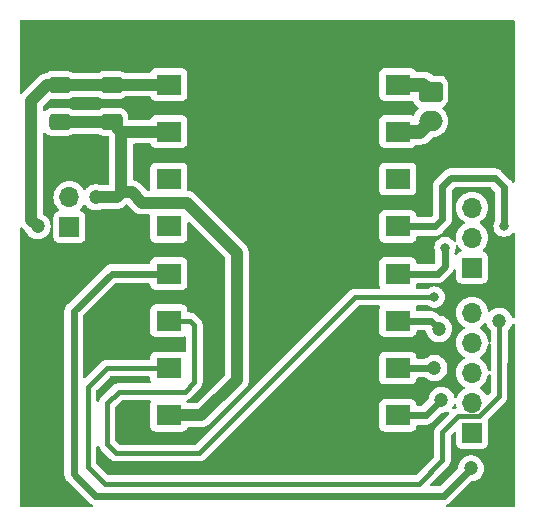
<source format=gbr>
%TF.GenerationSoftware,KiCad,Pcbnew,(7.0.0)*%
%TF.CreationDate,2023-04-14T14:01:47+02:00*%
%TF.ProjectId,funk-transmitter-final,66756e6b-2d74-4726-916e-736d69747465,rev?*%
%TF.SameCoordinates,Original*%
%TF.FileFunction,Copper,L4,Bot*%
%TF.FilePolarity,Positive*%
%FSLAX46Y46*%
G04 Gerber Fmt 4.6, Leading zero omitted, Abs format (unit mm)*
G04 Created by KiCad (PCBNEW (7.0.0)) date 2023-04-14 14:01:47*
%MOMM*%
%LPD*%
G01*
G04 APERTURE LIST*
G04 Aperture macros list*
%AMRoundRect*
0 Rectangle with rounded corners*
0 $1 Rounding radius*
0 $2 $3 $4 $5 $6 $7 $8 $9 X,Y pos of 4 corners*
0 Add a 4 corners polygon primitive as box body*
4,1,4,$2,$3,$4,$5,$6,$7,$8,$9,$2,$3,0*
0 Add four circle primitives for the rounded corners*
1,1,$1+$1,$2,$3*
1,1,$1+$1,$4,$5*
1,1,$1+$1,$6,$7*
1,1,$1+$1,$8,$9*
0 Add four rect primitives between the rounded corners*
20,1,$1+$1,$2,$3,$4,$5,0*
20,1,$1+$1,$4,$5,$6,$7,0*
20,1,$1+$1,$6,$7,$8,$9,0*
20,1,$1+$1,$8,$9,$2,$3,0*%
G04 Aperture macros list end*
%TA.AperFunction,ComponentPad*%
%ADD10RoundRect,0.250000X-0.750000X0.600000X-0.750000X-0.600000X0.750000X-0.600000X0.750000X0.600000X0*%
%TD*%
%TA.AperFunction,ComponentPad*%
%ADD11O,2.000000X1.700000*%
%TD*%
%TA.AperFunction,SMDPad,CuDef*%
%ADD12RoundRect,0.250000X-0.650000X0.412500X-0.650000X-0.412500X0.650000X-0.412500X0.650000X0.412500X0*%
%TD*%
%TA.AperFunction,ComponentPad*%
%ADD13R,1.700000X1.700000*%
%TD*%
%TA.AperFunction,ComponentPad*%
%ADD14O,1.700000X1.700000*%
%TD*%
%TA.AperFunction,SMDPad,CuDef*%
%ADD15R,2.143000X1.762000*%
%TD*%
%TA.AperFunction,ViaPad*%
%ADD16C,1.200000*%
%TD*%
%TA.AperFunction,ViaPad*%
%ADD17C,0.800000*%
%TD*%
%TA.AperFunction,Conductor*%
%ADD18C,1.000000*%
%TD*%
%TA.AperFunction,Conductor*%
%ADD19C,0.600000*%
%TD*%
%TA.AperFunction,Conductor*%
%ADD20C,0.400000*%
%TD*%
%TA.AperFunction,Conductor*%
%ADD21C,1.200000*%
%TD*%
G04 APERTURE END LIST*
D10*
%TO.P,J2,1,Pin_1*%
%TO.N,N/C*%
X161475000Y-87000000D03*
D11*
%TO.P,J2,2,Pin_2*%
X161474999Y-89499999D03*
%TD*%
D12*
%TO.P,C4,1*%
%TO.N,N/C*%
X130075000Y-86437500D03*
%TO.P,C4,2*%
X130075000Y-89562500D03*
%TD*%
D13*
%TO.P,J1,1,Pin_1*%
%TO.N,/ESP_5V*%
X130899999Y-98474999D03*
D14*
%TO.P,J1,2,Pin_2*%
%TO.N,GND*%
X130899999Y-95934999D03*
%TD*%
D12*
%TO.P,C3,1*%
%TO.N,N/C*%
X134475000Y-86437500D03*
%TO.P,C3,2*%
X134475000Y-89562500D03*
%TD*%
D13*
%TO.P,J4,1,Pin_1*%
%TO.N,/SDN*%
X164999999Y-115879999D03*
D14*
%TO.P,J4,2,Pin_2*%
%TO.N,/SCLK*%
X164999999Y-113339999D03*
%TO.P,J4,3,Pin_3*%
%TO.N,/SDI*%
X164999999Y-110799999D03*
%TO.P,J4,4,Pin_4*%
%TO.N,/SDO*%
X164999999Y-108259999D03*
%TO.P,J4,5,Pin_5*%
%TO.N,/nSEL*%
X164999999Y-105719999D03*
%TD*%
D15*
%TO.P,U1,1,VCC*%
%TO.N,+5V*%
X139299999Y-86399999D03*
%TO.P,U1,2,GND*%
%TO.N,GND*%
X139299999Y-90380999D03*
%TO.P,U1,3,NC*%
%TO.N,/NC_1*%
X139299999Y-94399999D03*
%TO.P,U1,4,NC*%
%TO.N,/NC_2*%
X139299999Y-98399999D03*
%TO.P,U1,5,SDN*%
%TO.N,/SDN*%
X139299999Y-102399999D03*
%TO.P,U1,6,nIRQ*%
%TO.N,/nIRQ*%
X139299999Y-106399999D03*
%TO.P,U1,7,nSEL*%
%TO.N,/nSEL*%
X139299999Y-110399999D03*
%TO.P,U1,8,GND*%
%TO.N,GND*%
X139299999Y-114399999D03*
%TO.P,U1,9,ANT*%
%TO.N,/Antenne*%
X158699999Y-86399999D03*
%TO.P,U1,10,GND*%
%TO.N,/gnd*%
X158699999Y-90380999D03*
%TO.P,U1,11,NC*%
%TO.N,/NC_3*%
X158699999Y-94399999D03*
%TO.P,U1,12,GPIO0*%
%TO.N,/GPIO0*%
X158699999Y-98399999D03*
%TO.P,U1,13,GPIO1*%
%TO.N,/GPIO1*%
X158699999Y-102399999D03*
%TO.P,U1,14,SDO*%
%TO.N,/SDO*%
X158699999Y-106399999D03*
%TO.P,U1,15,SDI*%
%TO.N,/SDI*%
X158699999Y-110399999D03*
%TO.P,U1,16,SCLK*%
%TO.N,/SCLK*%
X158699999Y-114399999D03*
%TD*%
D13*
%TO.P,J5,1,Pin_1*%
%TO.N,/nIRQ*%
X164999999Y-101899999D03*
D14*
%TO.P,J5,2,Pin_2*%
%TO.N,/GPIO0*%
X164999999Y-99359999D03*
%TO.P,J5,3,Pin_3*%
%TO.N,/GPIO1*%
X164999999Y-96819999D03*
%TD*%
D16*
%TO.N,GND*%
X133165000Y-95935000D03*
%TO.N,/ESP_5V*%
X128200000Y-98400000D03*
%TO.N,/SDN*%
X164900000Y-118900000D03*
%TO.N,/SCLK*%
X162400000Y-113100000D03*
%TO.N,/SDI*%
X161800000Y-110400000D03*
%TO.N,/SDO*%
X162200000Y-107100000D03*
%TO.N,/nSEL*%
X167300000Y-106400000D03*
D17*
%TO.N,/nIRQ*%
X161800000Y-104400000D03*
%TO.N,/GPIO0*%
X167700000Y-98400000D03*
%TO.N,/GPIO1*%
X162700000Y-100200000D03*
%TD*%
D18*
%TO.N,GND*%
X135312000Y-95510000D02*
X135293500Y-95491500D01*
X139475000Y-90381000D02*
X135293500Y-90381000D01*
X134887000Y-95935000D02*
X135312000Y-95510000D01*
X142075000Y-114400000D02*
X139475000Y-114400000D01*
X134475000Y-89562500D02*
X130075000Y-89562500D01*
X136185000Y-95510000D02*
X135312000Y-95510000D01*
X135293500Y-90381000D02*
X134475000Y-89562500D01*
X135293500Y-90381000D02*
X135293500Y-95491500D01*
X137075000Y-96400000D02*
X140827500Y-96400000D01*
X145075000Y-111400000D02*
X142075000Y-114400000D01*
X140827500Y-96400000D02*
X145075000Y-100647500D01*
X145075000Y-100647500D02*
X145075000Y-111400000D01*
X136185000Y-95510000D02*
X137075000Y-96400000D01*
X133165000Y-95935000D02*
X134887000Y-95935000D01*
%TO.N,/ESP_5V*%
X129037500Y-86437500D02*
X127675000Y-87800000D01*
X127675000Y-87800000D02*
X127675000Y-97875000D01*
X134512500Y-86400000D02*
X134475000Y-86437500D01*
X134475000Y-86437500D02*
X129037500Y-86437500D01*
X139475000Y-86400000D02*
X134512500Y-86400000D01*
X127675000Y-97875000D02*
X128200000Y-98400000D01*
D19*
%TO.N,/SDN*%
X131275000Y-119400000D02*
X131275000Y-105600000D01*
X162075000Y-121200000D02*
X133075000Y-121200000D01*
X162075000Y-121200000D02*
X162600000Y-121200000D01*
X162600000Y-121200000D02*
X164900000Y-118900000D01*
X133075000Y-121200000D02*
X131275000Y-119400000D01*
X131275000Y-105600000D02*
X134475000Y-102400000D01*
X134475000Y-102400000D02*
X139475000Y-102400000D01*
%TO.N,/SCLK*%
X162375000Y-113100000D02*
X162400000Y-113100000D01*
X162400000Y-113100000D02*
X162400000Y-113075000D01*
X158875000Y-114400000D02*
X161075000Y-114400000D01*
X161075000Y-114400000D02*
X162375000Y-113100000D01*
X162400000Y-113075000D02*
X162275000Y-113200000D01*
%TO.N,/SDI*%
X158675000Y-110400000D02*
X161800000Y-110400000D01*
%TO.N,/SDO*%
X158675000Y-106400000D02*
X161500000Y-106400000D01*
X161500000Y-106400000D02*
X162200000Y-107100000D01*
D20*
%TO.N,/nSEL*%
X165552767Y-114490000D02*
X163825000Y-114490000D01*
X167300000Y-106400000D02*
X167275000Y-112767767D01*
X163825000Y-114490000D02*
X162475000Y-115840000D01*
X167275000Y-106400000D02*
X167300000Y-106400000D01*
X134075000Y-110400000D02*
X139475000Y-110400000D01*
X162475000Y-118200000D02*
X160475000Y-120200000D01*
X133875000Y-120200000D02*
X132475000Y-118800000D01*
X132475000Y-118800000D02*
X132475000Y-112000000D01*
X132475000Y-112000000D02*
X134075000Y-110400000D01*
X167275000Y-112767767D02*
X165552767Y-114490000D01*
X162475000Y-115840000D02*
X162475000Y-118200000D01*
X160475000Y-120200000D02*
X133875000Y-120200000D01*
%TO.N,/nIRQ*%
X134075000Y-113400000D02*
X135075000Y-112400000D01*
X141075000Y-106400000D02*
X139475000Y-106400000D01*
X155075000Y-104400000D02*
X141875000Y-117600000D01*
X134875000Y-117600000D02*
X134075000Y-116800000D01*
X134075000Y-116800000D02*
X134075000Y-113400000D01*
X164300000Y-101900000D02*
X165000000Y-101900000D01*
X135075000Y-112400000D02*
X140675000Y-112400000D01*
X141475000Y-106800000D02*
X141075000Y-106400000D01*
X141875000Y-117600000D02*
X134875000Y-117600000D01*
X155075000Y-104400000D02*
X161800000Y-104400000D01*
X141475000Y-111600000D02*
X141475000Y-106800000D01*
X140675000Y-112400000D02*
X141475000Y-111600000D01*
D19*
%TO.N,/GPIO0*%
X162475000Y-95025000D02*
X163200000Y-94300000D01*
X161875000Y-98400000D02*
X162475000Y-97800000D01*
X163200000Y-94300000D02*
X166900000Y-94300000D01*
X166900000Y-94300000D02*
X167700000Y-95100000D01*
X167700000Y-98400000D02*
X167700000Y-98300000D01*
X167700000Y-95100000D02*
X167700000Y-98400000D01*
X158875000Y-98400000D02*
X161875000Y-98400000D01*
X162475000Y-97800000D02*
X162475000Y-95025000D01*
%TO.N,/GPIO1*%
X162700000Y-100200000D02*
X162675000Y-100325000D01*
X162675000Y-101800000D02*
X162700000Y-100200000D01*
X162675000Y-101800000D02*
X162075000Y-102400000D01*
X162075000Y-102400000D02*
X158875000Y-102400000D01*
D21*
%TO.N,/Antenne*%
X160875000Y-86400000D02*
X161475000Y-87000000D01*
X158875000Y-86400000D02*
X160875000Y-86400000D01*
%TO.N,/gnd*%
X160594000Y-90381000D02*
X161475000Y-89500000D01*
X158875000Y-90381000D02*
X160594000Y-90381000D01*
%TD*%
%TA.AperFunction,NonConductor*%
G36*
X163779458Y-99992209D02*
G01*
X163825895Y-100037680D01*
X163825965Y-100037830D01*
X163829066Y-100042259D01*
X163829067Y-100042260D01*
X163958399Y-100226966D01*
X163958402Y-100226970D01*
X163961505Y-100231401D01*
X163965335Y-100235231D01*
X163965336Y-100235232D01*
X164083430Y-100353326D01*
X164114726Y-100406072D01*
X164116915Y-100467365D01*
X164089462Y-100522210D01*
X164039083Y-100557189D01*
X163929748Y-100597969D01*
X163907669Y-100606204D01*
X163900572Y-100611516D01*
X163900568Y-100611519D01*
X163799550Y-100687141D01*
X163799546Y-100687144D01*
X163792454Y-100692454D01*
X163787144Y-100699546D01*
X163787137Y-100699554D01*
X163715744Y-100794923D01*
X163667636Y-100833567D01*
X163606858Y-100844238D01*
X163548463Y-100824294D01*
X163506911Y-100778673D01*
X163492493Y-100718676D01*
X163493441Y-100658032D01*
X163510040Y-100597969D01*
X163520236Y-100580309D01*
X163527179Y-100568284D01*
X163585674Y-100388256D01*
X163605460Y-100200000D01*
X163596403Y-100113831D01*
X163607525Y-100048078D01*
X163651101Y-99997592D01*
X163714528Y-99976982D01*
X163779458Y-99992209D01*
G37*
%TD.AperFunction*%
%TA.AperFunction,NonConductor*%
G36*
X166197368Y-106605862D02*
G01*
X166229972Y-106660616D01*
X166267847Y-106793731D01*
X166267849Y-106793737D01*
X166269418Y-106799250D01*
X166360327Y-106981821D01*
X166380522Y-107008564D01*
X166479778Y-107140001D01*
X166479782Y-107140006D01*
X166483236Y-107144579D01*
X166544579Y-107200500D01*
X166555490Y-107210447D01*
X166585484Y-107252221D01*
X166595950Y-107302571D01*
X166592702Y-108129859D01*
X166576782Y-108190158D01*
X166533523Y-108235081D01*
X166473868Y-108253264D01*
X166412907Y-108240109D01*
X166366059Y-108198943D01*
X166345176Y-108140181D01*
X166335063Y-108024592D01*
X166273903Y-107796337D01*
X166174035Y-107582171D01*
X166038495Y-107388599D01*
X165871401Y-107221505D01*
X165866968Y-107218401D01*
X165866961Y-107218395D01*
X165685842Y-107091575D01*
X165646976Y-107047257D01*
X165632965Y-106990000D01*
X165646976Y-106932743D01*
X165685842Y-106888425D01*
X165866961Y-106761604D01*
X165866961Y-106761603D01*
X165871401Y-106758495D01*
X166023028Y-106606867D01*
X166078151Y-106574901D01*
X166141876Y-106574532D01*
X166197368Y-106605862D01*
G37*
%TD.AperFunction*%
%TA.AperFunction,NonConductor*%
G36*
X166533003Y-108297533D02*
G01*
X166576105Y-108342824D01*
X166591629Y-108403388D01*
X166583159Y-110560775D01*
X166567239Y-110621074D01*
X166523981Y-110665997D01*
X166464325Y-110684180D01*
X166403364Y-110671025D01*
X166356516Y-110629859D01*
X166337093Y-110575206D01*
X166336475Y-110575316D01*
X166335827Y-110571646D01*
X166335632Y-110571095D01*
X166335625Y-110571019D01*
X166335063Y-110564592D01*
X166273903Y-110336337D01*
X166174035Y-110122171D01*
X166038495Y-109928599D01*
X165871401Y-109761505D01*
X165866968Y-109758401D01*
X165866961Y-109758395D01*
X165685842Y-109631575D01*
X165646976Y-109587257D01*
X165632965Y-109530000D01*
X165646976Y-109472743D01*
X165685842Y-109428425D01*
X165866961Y-109301604D01*
X165866961Y-109301603D01*
X165871401Y-109298495D01*
X166038495Y-109131401D01*
X166174035Y-108937830D01*
X166273903Y-108723663D01*
X166335063Y-108495408D01*
X166344102Y-108392093D01*
X166365077Y-108333195D01*
X166412124Y-108292018D01*
X166473282Y-108279030D01*
X166533003Y-108297533D01*
G37*
%TD.AperFunction*%
%TA.AperFunction,NonConductor*%
G36*
X166525629Y-110950558D02*
G01*
X166566557Y-110995487D01*
X166581220Y-111054468D01*
X166575838Y-112425394D01*
X166566307Y-112472585D01*
X166539520Y-112512588D01*
X166366983Y-112685125D01*
X166319158Y-112714864D01*
X166263111Y-112720382D01*
X166210405Y-112700542D01*
X166174299Y-112661986D01*
X166174035Y-112662171D01*
X166172739Y-112660320D01*
X166172738Y-112660319D01*
X166038495Y-112468599D01*
X165871401Y-112301505D01*
X165866968Y-112298401D01*
X165866961Y-112298395D01*
X165685842Y-112171575D01*
X165646976Y-112127257D01*
X165632965Y-112070000D01*
X165646976Y-112012743D01*
X165685842Y-111968425D01*
X165866961Y-111841604D01*
X165866961Y-111841603D01*
X165871401Y-111838495D01*
X166038495Y-111671401D01*
X166174035Y-111477830D01*
X166273903Y-111263663D01*
X166335063Y-111035408D01*
X166335373Y-111031853D01*
X166359999Y-110977014D01*
X166408251Y-110940060D01*
X166468267Y-110930474D01*
X166525629Y-110950558D01*
G37*
%TD.AperFunction*%
%TA.AperFunction,NonConductor*%
G36*
X137666001Y-111117113D02*
G01*
X137711388Y-111162500D01*
X137728001Y-111224500D01*
X137728001Y-111328872D01*
X137728353Y-111332150D01*
X137728354Y-111332161D01*
X137733579Y-111380768D01*
X137733580Y-111380773D01*
X137734409Y-111388483D01*
X137737119Y-111395749D01*
X137737120Y-111395753D01*
X137776651Y-111501741D01*
X137782528Y-111517498D01*
X137782529Y-111517500D01*
X137784704Y-111523331D01*
X137784024Y-111523584D01*
X137797327Y-111577712D01*
X137779989Y-111638773D01*
X137734707Y-111683254D01*
X137673347Y-111699500D01*
X135099921Y-111699500D01*
X135092433Y-111699274D01*
X135039881Y-111696094D01*
X135039873Y-111696094D01*
X135032394Y-111695642D01*
X135025018Y-111696993D01*
X135025011Y-111696994D01*
X134973228Y-111706483D01*
X134965828Y-111707610D01*
X134913569Y-111713956D01*
X134913565Y-111713956D01*
X134906128Y-111714860D01*
X134899119Y-111717517D01*
X134899114Y-111717519D01*
X134896643Y-111718456D01*
X134875053Y-111724474D01*
X134872452Y-111724950D01*
X134872438Y-111724954D01*
X134865069Y-111726305D01*
X134858232Y-111729381D01*
X134858232Y-111729382D01*
X134810226Y-111750987D01*
X134803310Y-111753851D01*
X134754082Y-111772521D01*
X134754070Y-111772526D01*
X134747070Y-111775182D01*
X134740904Y-111779437D01*
X134740894Y-111779443D01*
X134738717Y-111780946D01*
X134719195Y-111791957D01*
X134716788Y-111793040D01*
X134716778Y-111793045D01*
X134709944Y-111796122D01*
X134704043Y-111800744D01*
X134704038Y-111800748D01*
X134662608Y-111833206D01*
X134656580Y-111837642D01*
X134613246Y-111867554D01*
X134613242Y-111867556D01*
X134607071Y-111871817D01*
X134602101Y-111877426D01*
X134602094Y-111877433D01*
X134567177Y-111916846D01*
X134562044Y-111922298D01*
X133597290Y-112887051D01*
X133591838Y-112892184D01*
X133552431Y-112927096D01*
X133552425Y-112927102D01*
X133546817Y-112932071D01*
X133542560Y-112938236D01*
X133542551Y-112938248D01*
X133512649Y-112981568D01*
X133508213Y-112987597D01*
X133475749Y-113029035D01*
X133475743Y-113029043D01*
X133471122Y-113034943D01*
X133468044Y-113041780D01*
X133468043Y-113041783D01*
X133466962Y-113044185D01*
X133455940Y-113063727D01*
X133454441Y-113065898D01*
X133454437Y-113065904D01*
X133450182Y-113072070D01*
X133447526Y-113079070D01*
X133447522Y-113079080D01*
X133428853Y-113128305D01*
X133425989Y-113135218D01*
X133412577Y-113165021D01*
X133369943Y-113216182D01*
X133306990Y-113237908D01*
X133241876Y-113223931D01*
X133193384Y-113178285D01*
X133175500Y-113114134D01*
X133175500Y-112341519D01*
X133184939Y-112294066D01*
X133211819Y-112253838D01*
X134328838Y-111136819D01*
X134369066Y-111109939D01*
X134416519Y-111100500D01*
X137604001Y-111100500D01*
X137666001Y-111117113D01*
G37*
%TD.AperFunction*%
%TA.AperFunction,NonConductor*%
G36*
X163592631Y-113447714D02*
G01*
X163641014Y-113488951D01*
X163662604Y-113548744D01*
X163664937Y-113575408D01*
X163666337Y-113580636D01*
X163666338Y-113580637D01*
X163690075Y-113669230D01*
X163690495Y-113731804D01*
X163660306Y-113786615D01*
X163614537Y-113815131D01*
X163615066Y-113816306D01*
X163581896Y-113831235D01*
X163560234Y-113840984D01*
X163553318Y-113843848D01*
X163504082Y-113862521D01*
X163504070Y-113862526D01*
X163497070Y-113865182D01*
X163494150Y-113867197D01*
X163431203Y-113880823D01*
X163368525Y-113859552D01*
X163325718Y-113809069D01*
X163314979Y-113743757D01*
X163335272Y-113692556D01*
X163333199Y-113691273D01*
X163336218Y-113686395D01*
X163339673Y-113681821D01*
X163428076Y-113504281D01*
X163470052Y-113456540D01*
X163530171Y-113435873D01*
X163592631Y-113447714D01*
G37*
%TD.AperFunction*%
%TA.AperFunction,NonConductor*%
G36*
X168537500Y-80917113D02*
G01*
X168582887Y-80962500D01*
X168599500Y-81024500D01*
X168599500Y-94589662D01*
X168584694Y-94648421D01*
X168543812Y-94693149D01*
X168486616Y-94713163D01*
X168426766Y-94703684D01*
X168378554Y-94666976D01*
X168366235Y-94651529D01*
X168358218Y-94641477D01*
X168350180Y-94630147D01*
X168329816Y-94597738D01*
X168202262Y-94470184D01*
X167434252Y-93702174D01*
X167402262Y-93670184D01*
X167369851Y-93649818D01*
X167358509Y-93641771D01*
X167328587Y-93617909D01*
X167322318Y-93614890D01*
X167322315Y-93614888D01*
X167294093Y-93601296D01*
X167281927Y-93594572D01*
X167255414Y-93577913D01*
X167255412Y-93577912D01*
X167249522Y-93574211D01*
X167213393Y-93561568D01*
X167200554Y-93556250D01*
X167172336Y-93542661D01*
X167172329Y-93542658D01*
X167166061Y-93539640D01*
X167159276Y-93538091D01*
X167159267Y-93538088D01*
X167128735Y-93531119D01*
X167115382Y-93527273D01*
X167096699Y-93520735D01*
X167085823Y-93516930D01*
X167085821Y-93516929D01*
X167079255Y-93514632D01*
X167072338Y-93513852D01*
X167072336Y-93513852D01*
X167041218Y-93510345D01*
X167027518Y-93508017D01*
X166996988Y-93501050D01*
X166996983Y-93501049D01*
X166990194Y-93499500D01*
X166944954Y-93499500D01*
X163290194Y-93499500D01*
X163109806Y-93499500D01*
X163103020Y-93501048D01*
X163103008Y-93501050D01*
X163072479Y-93508017D01*
X163058781Y-93510345D01*
X163027665Y-93513852D01*
X163027663Y-93513852D01*
X163020745Y-93514632D01*
X162984619Y-93527272D01*
X162971268Y-93531118D01*
X162940726Y-93538089D01*
X162940711Y-93538094D01*
X162933939Y-93539640D01*
X162913557Y-93549454D01*
X162899441Y-93556252D01*
X162886603Y-93561569D01*
X162857046Y-93571912D01*
X162857041Y-93571914D01*
X162850478Y-93574211D01*
X162844592Y-93577908D01*
X162844582Y-93577914D01*
X162818066Y-93594575D01*
X162805903Y-93601297D01*
X162777690Y-93614884D01*
X162777679Y-93614890D01*
X162771414Y-93617908D01*
X162765977Y-93622243D01*
X162765970Y-93622248D01*
X162741486Y-93641773D01*
X162730153Y-93649814D01*
X162703630Y-93666480D01*
X162703620Y-93666487D01*
X162697738Y-93670184D01*
X162692824Y-93675097D01*
X162692820Y-93675101D01*
X161972735Y-94395186D01*
X161972736Y-94395186D01*
X161845184Y-94522738D01*
X161841479Y-94528632D01*
X161841479Y-94528634D01*
X161824816Y-94555152D01*
X161816773Y-94566487D01*
X161797253Y-94590965D01*
X161797251Y-94590967D01*
X161792909Y-94596413D01*
X161789889Y-94602682D01*
X161789883Y-94602693D01*
X161776299Y-94630900D01*
X161769577Y-94643064D01*
X161756809Y-94663386D01*
X161749211Y-94675478D01*
X161746915Y-94682037D01*
X161746911Y-94682047D01*
X161736565Y-94711613D01*
X161731247Y-94724451D01*
X161717660Y-94752666D01*
X161717657Y-94752671D01*
X161714640Y-94758939D01*
X161713092Y-94765717D01*
X161713089Y-94765728D01*
X161706118Y-94796268D01*
X161702272Y-94809619D01*
X161689632Y-94845745D01*
X161688852Y-94852663D01*
X161688852Y-94852665D01*
X161685345Y-94883781D01*
X161683017Y-94897479D01*
X161676050Y-94928008D01*
X161676048Y-94928020D01*
X161674500Y-94934806D01*
X161674500Y-94941772D01*
X161674500Y-97417060D01*
X161665061Y-97464513D01*
X161638181Y-97504741D01*
X161579741Y-97563181D01*
X161539513Y-97590061D01*
X161492060Y-97599500D01*
X160395999Y-97599500D01*
X160333999Y-97582887D01*
X160288612Y-97537500D01*
X160272599Y-97477739D01*
X160272177Y-97477762D01*
X160272070Y-97475765D01*
X160271999Y-97475500D01*
X160271999Y-97474439D01*
X160271999Y-97471128D01*
X160265591Y-97411517D01*
X160215296Y-97276669D01*
X160129046Y-97161454D01*
X160013831Y-97075204D01*
X159878983Y-97024909D01*
X159871270Y-97024079D01*
X159871267Y-97024079D01*
X159822680Y-97018855D01*
X159822669Y-97018854D01*
X159819373Y-97018500D01*
X159816050Y-97018500D01*
X157583939Y-97018500D01*
X157583920Y-97018500D01*
X157580628Y-97018501D01*
X157577350Y-97018853D01*
X157577338Y-97018854D01*
X157528731Y-97024079D01*
X157528725Y-97024080D01*
X157521017Y-97024909D01*
X157513752Y-97027618D01*
X157513746Y-97027620D01*
X157394480Y-97072104D01*
X157394478Y-97072104D01*
X157386169Y-97075204D01*
X157379072Y-97080516D01*
X157379068Y-97080519D01*
X157278050Y-97156141D01*
X157278046Y-97156144D01*
X157270954Y-97161454D01*
X157265644Y-97168546D01*
X157265641Y-97168550D01*
X157190019Y-97269568D01*
X157190016Y-97269572D01*
X157184704Y-97276669D01*
X157181604Y-97284978D01*
X157181604Y-97284980D01*
X157137120Y-97404247D01*
X157137119Y-97404250D01*
X157134409Y-97411517D01*
X157133579Y-97419227D01*
X157133579Y-97419232D01*
X157128355Y-97467819D01*
X157128354Y-97467831D01*
X157128000Y-97471127D01*
X157128000Y-97474448D01*
X157128000Y-97474449D01*
X157128000Y-99325560D01*
X157128000Y-99325578D01*
X157128001Y-99328872D01*
X157128353Y-99332150D01*
X157128354Y-99332161D01*
X157133579Y-99380768D01*
X157133580Y-99380773D01*
X157134409Y-99388483D01*
X157137119Y-99395749D01*
X157137120Y-99395753D01*
X157147942Y-99424767D01*
X157184704Y-99523331D01*
X157270954Y-99638546D01*
X157386169Y-99724796D01*
X157521017Y-99775091D01*
X157580627Y-99781500D01*
X159819372Y-99781499D01*
X159878983Y-99775091D01*
X160013831Y-99724796D01*
X160129046Y-99638546D01*
X160215296Y-99523331D01*
X160265591Y-99388483D01*
X160272000Y-99328873D01*
X160272000Y-99324500D01*
X160272070Y-99324237D01*
X160272178Y-99322232D01*
X160272601Y-99322254D01*
X160288613Y-99262500D01*
X160334000Y-99217113D01*
X160396000Y-99200500D01*
X161958233Y-99200500D01*
X161965194Y-99200500D01*
X162002523Y-99191979D01*
X162016197Y-99189655D01*
X162054255Y-99185368D01*
X162090403Y-99172718D01*
X162103726Y-99168881D01*
X162141061Y-99160360D01*
X162175546Y-99143752D01*
X162188398Y-99138429D01*
X162224522Y-99125789D01*
X162256939Y-99105418D01*
X162269086Y-99098705D01*
X162303587Y-99082091D01*
X162333519Y-99058220D01*
X162344853Y-99050179D01*
X162377262Y-99029816D01*
X162504816Y-98902262D01*
X162504816Y-98902261D01*
X163072826Y-98334252D01*
X163104816Y-98302262D01*
X163125180Y-98269850D01*
X163133220Y-98258519D01*
X163157091Y-98228587D01*
X163173705Y-98194086D01*
X163180418Y-98181939D01*
X163200789Y-98149522D01*
X163213429Y-98113397D01*
X163218752Y-98100547D01*
X163223831Y-98090000D01*
X163235360Y-98066061D01*
X163243881Y-98028726D01*
X163247718Y-98015403D01*
X163260368Y-97979255D01*
X163264655Y-97941197D01*
X163266979Y-97927523D01*
X163275500Y-97890194D01*
X163275500Y-97709806D01*
X163275500Y-95407940D01*
X163284939Y-95360487D01*
X163311819Y-95320259D01*
X163495259Y-95136819D01*
X163535487Y-95109939D01*
X163582940Y-95100500D01*
X166517060Y-95100500D01*
X166564513Y-95109939D01*
X166604741Y-95136819D01*
X166863181Y-95395259D01*
X166890061Y-95435487D01*
X166899500Y-95482940D01*
X166899500Y-97952281D01*
X166882887Y-98014281D01*
X166876069Y-98026089D01*
X166876066Y-98026094D01*
X166872821Y-98031716D01*
X166870815Y-98037888D01*
X166870813Y-98037894D01*
X166816333Y-98205564D01*
X166816331Y-98205573D01*
X166814326Y-98211744D01*
X166813648Y-98218194D01*
X166813646Y-98218204D01*
X166802387Y-98325336D01*
X166794540Y-98400000D01*
X166795219Y-98406460D01*
X166813646Y-98581795D01*
X166813647Y-98581803D01*
X166814326Y-98588256D01*
X166816331Y-98594428D01*
X166816333Y-98594435D01*
X166828828Y-98632889D01*
X166872821Y-98768284D01*
X166876068Y-98773908D01*
X166876069Y-98773910D01*
X166950172Y-98902261D01*
X166967467Y-98932216D01*
X166971811Y-98937041D01*
X166971813Y-98937043D01*
X167080929Y-99058228D01*
X167094129Y-99072888D01*
X167099387Y-99076708D01*
X167099388Y-99076709D01*
X167165294Y-99124592D01*
X167247270Y-99184151D01*
X167420197Y-99261144D01*
X167605354Y-99300500D01*
X167788143Y-99300500D01*
X167794646Y-99300500D01*
X167979803Y-99261144D01*
X168152730Y-99184151D01*
X168305871Y-99072888D01*
X168383350Y-98986838D01*
X168432277Y-98953588D01*
X168491041Y-98946789D01*
X168546269Y-98967989D01*
X168585389Y-99012362D01*
X168599500Y-99069811D01*
X168599500Y-106056971D01*
X168585636Y-106113945D01*
X168547144Y-106158179D01*
X168492632Y-106179782D01*
X168434288Y-106173922D01*
X168385160Y-106141911D01*
X168356234Y-106090906D01*
X168332152Y-106006268D01*
X168330582Y-106000750D01*
X168239673Y-105818179D01*
X168185252Y-105746114D01*
X168120221Y-105659998D01*
X168120217Y-105659994D01*
X168116764Y-105655421D01*
X168112527Y-105651558D01*
X168112523Y-105651554D01*
X167970275Y-105521879D01*
X167970276Y-105521879D01*
X167966041Y-105518019D01*
X167961171Y-105515004D01*
X167961169Y-105515002D01*
X167806494Y-105419232D01*
X167792637Y-105410652D01*
X167776101Y-105404246D01*
X167607803Y-105339047D01*
X167607798Y-105339045D01*
X167602456Y-105336976D01*
X167596818Y-105335922D01*
X167407605Y-105300552D01*
X167407602Y-105300551D01*
X167401976Y-105299500D01*
X167198024Y-105299500D01*
X167192398Y-105300551D01*
X167192394Y-105300552D01*
X167003181Y-105335922D01*
X167003178Y-105335922D01*
X166997544Y-105336976D01*
X166992203Y-105339044D01*
X166992196Y-105339047D01*
X166812705Y-105408582D01*
X166812700Y-105408584D01*
X166807363Y-105410652D01*
X166802491Y-105413668D01*
X166802488Y-105413670D01*
X166638830Y-105515002D01*
X166638822Y-105515007D01*
X166633959Y-105518019D01*
X166629731Y-105521872D01*
X166629730Y-105521874D01*
X166545071Y-105599051D01*
X166484161Y-105629331D01*
X166416442Y-105622924D01*
X166362292Y-105581758D01*
X166338005Y-105518220D01*
X166335063Y-105484592D01*
X166273903Y-105256337D01*
X166174035Y-105042171D01*
X166038495Y-104848599D01*
X165871401Y-104681505D01*
X165866970Y-104678402D01*
X165866966Y-104678399D01*
X165682259Y-104549066D01*
X165682257Y-104549064D01*
X165677830Y-104545965D01*
X165672933Y-104543681D01*
X165672927Y-104543678D01*
X165468572Y-104448386D01*
X165468570Y-104448385D01*
X165463663Y-104446097D01*
X165458438Y-104444697D01*
X165458430Y-104444694D01*
X165240634Y-104386337D01*
X165240630Y-104386336D01*
X165235408Y-104384937D01*
X165230020Y-104384465D01*
X165230017Y-104384465D01*
X165005395Y-104364813D01*
X165000000Y-104364341D01*
X164994605Y-104364813D01*
X164769982Y-104384465D01*
X164769977Y-104384465D01*
X164764592Y-104384937D01*
X164759371Y-104386335D01*
X164759365Y-104386337D01*
X164541569Y-104444694D01*
X164541557Y-104444698D01*
X164536337Y-104446097D01*
X164531432Y-104448383D01*
X164531427Y-104448386D01*
X164327081Y-104543675D01*
X164327077Y-104543677D01*
X164322171Y-104545965D01*
X164317738Y-104549068D01*
X164317731Y-104549073D01*
X164133034Y-104678399D01*
X164133029Y-104678402D01*
X164128599Y-104681505D01*
X164124775Y-104685328D01*
X164124769Y-104685334D01*
X163965334Y-104844769D01*
X163965328Y-104844775D01*
X163961505Y-104848599D01*
X163958402Y-104853029D01*
X163958399Y-104853034D01*
X163829073Y-105037731D01*
X163829068Y-105037738D01*
X163825965Y-105042171D01*
X163823677Y-105047077D01*
X163823675Y-105047081D01*
X163728386Y-105251427D01*
X163728383Y-105251432D01*
X163726097Y-105256337D01*
X163724698Y-105261557D01*
X163724694Y-105261569D01*
X163666337Y-105479365D01*
X163666335Y-105479371D01*
X163664937Y-105484592D01*
X163664465Y-105489977D01*
X163664465Y-105489982D01*
X163649654Y-105659269D01*
X163644341Y-105720000D01*
X163644813Y-105725395D01*
X163662038Y-105922282D01*
X163664937Y-105955408D01*
X163666336Y-105960630D01*
X163666337Y-105960634D01*
X163724694Y-106178430D01*
X163724697Y-106178438D01*
X163726097Y-106183663D01*
X163728385Y-106188570D01*
X163728386Y-106188572D01*
X163823678Y-106392927D01*
X163823681Y-106392933D01*
X163825965Y-106397830D01*
X163829064Y-106402257D01*
X163829066Y-106402259D01*
X163958399Y-106586966D01*
X163958402Y-106586970D01*
X163961505Y-106591401D01*
X164128599Y-106758495D01*
X164133032Y-106761599D01*
X164133038Y-106761604D01*
X164314158Y-106888425D01*
X164353024Y-106932743D01*
X164367035Y-106990000D01*
X164353024Y-107047257D01*
X164314159Y-107091575D01*
X164133041Y-107218395D01*
X164128599Y-107221505D01*
X164124775Y-107225328D01*
X164124769Y-107225334D01*
X163965334Y-107384769D01*
X163965328Y-107384775D01*
X163961505Y-107388599D01*
X163958402Y-107393029D01*
X163958399Y-107393034D01*
X163829073Y-107577731D01*
X163829068Y-107577738D01*
X163825965Y-107582171D01*
X163823677Y-107587077D01*
X163823675Y-107587081D01*
X163728386Y-107791427D01*
X163728383Y-107791432D01*
X163726097Y-107796337D01*
X163724698Y-107801557D01*
X163724694Y-107801569D01*
X163666337Y-108019365D01*
X163666335Y-108019371D01*
X163664937Y-108024592D01*
X163664465Y-108029977D01*
X163664465Y-108029982D01*
X163649683Y-108198943D01*
X163644341Y-108260000D01*
X163664937Y-108495408D01*
X163666336Y-108500630D01*
X163666337Y-108500634D01*
X163724694Y-108718430D01*
X163724697Y-108718438D01*
X163726097Y-108723663D01*
X163728385Y-108728570D01*
X163728386Y-108728572D01*
X163823678Y-108932927D01*
X163823681Y-108932933D01*
X163825965Y-108937830D01*
X163829064Y-108942257D01*
X163829066Y-108942259D01*
X163958399Y-109126966D01*
X163958402Y-109126970D01*
X163961505Y-109131401D01*
X164128599Y-109298495D01*
X164133032Y-109301599D01*
X164133038Y-109301604D01*
X164314158Y-109428425D01*
X164353024Y-109472743D01*
X164367035Y-109530000D01*
X164353024Y-109587257D01*
X164314159Y-109631575D01*
X164133041Y-109758395D01*
X164128599Y-109761505D01*
X164124775Y-109765328D01*
X164124769Y-109765334D01*
X163965334Y-109924769D01*
X163965328Y-109924775D01*
X163961505Y-109928599D01*
X163958402Y-109933029D01*
X163958399Y-109933034D01*
X163829073Y-110117731D01*
X163829068Y-110117738D01*
X163825965Y-110122171D01*
X163823677Y-110127077D01*
X163823675Y-110127081D01*
X163728386Y-110331427D01*
X163728383Y-110331432D01*
X163726097Y-110336337D01*
X163724698Y-110341557D01*
X163724694Y-110341569D01*
X163666337Y-110559365D01*
X163666335Y-110559371D01*
X163664937Y-110564592D01*
X163664465Y-110569977D01*
X163664465Y-110569982D01*
X163656065Y-110665997D01*
X163644341Y-110800000D01*
X163644813Y-110805395D01*
X163660648Y-110986392D01*
X163664937Y-111035408D01*
X163666336Y-111040630D01*
X163666337Y-111040634D01*
X163724694Y-111258430D01*
X163724697Y-111258438D01*
X163726097Y-111263663D01*
X163728385Y-111268570D01*
X163728386Y-111268572D01*
X163823678Y-111472927D01*
X163823681Y-111472933D01*
X163825965Y-111477830D01*
X163829064Y-111482257D01*
X163829066Y-111482259D01*
X163958399Y-111666966D01*
X163958402Y-111666970D01*
X163961505Y-111671401D01*
X164128599Y-111838495D01*
X164133032Y-111841599D01*
X164133038Y-111841604D01*
X164314158Y-111968425D01*
X164353024Y-112012743D01*
X164367035Y-112070000D01*
X164353024Y-112127257D01*
X164314159Y-112171575D01*
X164133041Y-112298395D01*
X164128599Y-112301505D01*
X164124775Y-112305328D01*
X164124769Y-112305334D01*
X163965334Y-112464769D01*
X163965328Y-112464775D01*
X163961505Y-112468599D01*
X163958402Y-112473029D01*
X163958399Y-112473034D01*
X163829073Y-112657731D01*
X163829068Y-112657738D01*
X163825965Y-112662171D01*
X163823677Y-112667077D01*
X163823675Y-112667081D01*
X163728386Y-112871427D01*
X163728383Y-112871432D01*
X163726097Y-112876337D01*
X163724695Y-112881566D01*
X163724693Y-112881574D01*
X163723189Y-112887187D01*
X163691363Y-112942502D01*
X163636243Y-112974663D01*
X163572428Y-112975153D01*
X163516821Y-112943841D01*
X163484150Y-112889021D01*
X163483628Y-112887187D01*
X163445152Y-112751957D01*
X163432153Y-112706270D01*
X163432151Y-112706266D01*
X163430582Y-112700750D01*
X163339673Y-112518179D01*
X163269605Y-112425394D01*
X163220221Y-112359998D01*
X163220217Y-112359994D01*
X163216764Y-112355421D01*
X163212527Y-112351558D01*
X163212523Y-112351554D01*
X163070275Y-112221879D01*
X163070276Y-112221879D01*
X163066041Y-112218019D01*
X163061171Y-112215004D01*
X163061169Y-112215002D01*
X162919455Y-112127257D01*
X162892637Y-112110652D01*
X162795198Y-112072904D01*
X162707803Y-112039047D01*
X162707798Y-112039045D01*
X162702456Y-112036976D01*
X162696818Y-112035922D01*
X162507605Y-112000552D01*
X162507602Y-112000551D01*
X162501976Y-111999500D01*
X162298024Y-111999500D01*
X162292398Y-112000551D01*
X162292394Y-112000552D01*
X162103181Y-112035922D01*
X162103178Y-112035922D01*
X162097544Y-112036976D01*
X162092203Y-112039044D01*
X162092196Y-112039047D01*
X161912705Y-112108582D01*
X161912700Y-112108584D01*
X161907363Y-112110652D01*
X161902491Y-112113668D01*
X161902488Y-112113670D01*
X161738830Y-112215002D01*
X161738822Y-112215007D01*
X161733959Y-112218019D01*
X161729728Y-112221875D01*
X161729724Y-112221879D01*
X161587476Y-112351554D01*
X161587466Y-112351564D01*
X161583236Y-112355421D01*
X161579787Y-112359987D01*
X161579778Y-112359998D01*
X161463779Y-112513607D01*
X161463776Y-112513611D01*
X161460327Y-112518179D01*
X161457774Y-112523304D01*
X161457772Y-112523309D01*
X161388720Y-112661986D01*
X161369418Y-112700750D01*
X161367850Y-112706258D01*
X161367847Y-112706268D01*
X161315173Y-112891395D01*
X161315170Y-112891406D01*
X161313603Y-112896917D01*
X161313074Y-112902625D01*
X161313073Y-112902631D01*
X161304212Y-112998259D01*
X161292988Y-113039510D01*
X161268422Y-113074498D01*
X160779741Y-113563181D01*
X160739513Y-113590061D01*
X160692060Y-113599500D01*
X160395999Y-113599500D01*
X160333999Y-113582887D01*
X160288612Y-113537500D01*
X160272599Y-113477739D01*
X160272177Y-113477762D01*
X160272070Y-113475765D01*
X160271999Y-113475500D01*
X160271999Y-113474439D01*
X160271999Y-113471128D01*
X160265591Y-113411517D01*
X160215296Y-113276669D01*
X160129046Y-113161454D01*
X160098689Y-113138729D01*
X160020931Y-113080519D01*
X160020930Y-113080518D01*
X160013831Y-113075204D01*
X159924225Y-113041783D01*
X159886252Y-113027620D01*
X159886250Y-113027619D01*
X159878983Y-113024909D01*
X159871270Y-113024079D01*
X159871267Y-113024079D01*
X159822680Y-113018855D01*
X159822669Y-113018854D01*
X159819373Y-113018500D01*
X159816050Y-113018500D01*
X157583939Y-113018500D01*
X157583920Y-113018500D01*
X157580628Y-113018501D01*
X157577350Y-113018853D01*
X157577338Y-113018854D01*
X157528731Y-113024079D01*
X157528725Y-113024080D01*
X157521017Y-113024909D01*
X157513752Y-113027618D01*
X157513746Y-113027620D01*
X157394480Y-113072104D01*
X157394478Y-113072104D01*
X157386169Y-113075204D01*
X157379072Y-113080516D01*
X157379068Y-113080519D01*
X157278050Y-113156141D01*
X157278046Y-113156144D01*
X157270954Y-113161454D01*
X157265644Y-113168546D01*
X157265641Y-113168550D01*
X157190019Y-113269568D01*
X157190016Y-113269572D01*
X157184704Y-113276669D01*
X157181604Y-113284978D01*
X157181604Y-113284980D01*
X157137120Y-113404247D01*
X157137119Y-113404250D01*
X157134409Y-113411517D01*
X157133579Y-113419227D01*
X157133579Y-113419232D01*
X157128355Y-113467819D01*
X157128354Y-113467831D01*
X157128000Y-113471127D01*
X157128000Y-113474448D01*
X157128000Y-113474449D01*
X157128000Y-115325560D01*
X157128000Y-115325578D01*
X157128001Y-115328872D01*
X157128353Y-115332150D01*
X157128354Y-115332161D01*
X157133579Y-115380768D01*
X157133580Y-115380773D01*
X157134409Y-115388483D01*
X157137119Y-115395749D01*
X157137120Y-115395753D01*
X157170717Y-115485831D01*
X157184704Y-115523331D01*
X157190018Y-115530430D01*
X157190019Y-115530431D01*
X157218371Y-115568305D01*
X157270954Y-115638546D01*
X157386169Y-115724796D01*
X157521017Y-115775091D01*
X157580627Y-115781500D01*
X159819372Y-115781499D01*
X159878983Y-115775091D01*
X160013831Y-115724796D01*
X160129046Y-115638546D01*
X160215296Y-115523331D01*
X160265591Y-115388483D01*
X160272000Y-115328873D01*
X160272000Y-115324500D01*
X160272070Y-115324237D01*
X160272178Y-115322232D01*
X160272601Y-115322254D01*
X160288613Y-115262500D01*
X160334000Y-115217113D01*
X160396000Y-115200500D01*
X161158233Y-115200500D01*
X161165194Y-115200500D01*
X161202523Y-115191979D01*
X161216197Y-115189655D01*
X161254255Y-115185368D01*
X161290403Y-115172718D01*
X161303726Y-115168881D01*
X161341061Y-115160360D01*
X161375546Y-115143752D01*
X161388398Y-115138429D01*
X161408812Y-115131286D01*
X161424522Y-115125789D01*
X161456939Y-115105418D01*
X161469086Y-115098705D01*
X161503587Y-115082091D01*
X161533519Y-115058220D01*
X161544853Y-115050179D01*
X161577262Y-115029816D01*
X161704816Y-114902262D01*
X161704816Y-114902261D01*
X162370258Y-114236819D01*
X162410487Y-114209939D01*
X162457940Y-114200500D01*
X162496247Y-114200500D01*
X162501976Y-114200500D01*
X162702456Y-114163024D01*
X162892637Y-114089348D01*
X162895876Y-114087342D01*
X162963101Y-114075093D01*
X163027064Y-114100895D01*
X163067348Y-114156879D01*
X163071489Y-114225726D01*
X163038206Y-114286135D01*
X161997290Y-115327051D01*
X161991838Y-115332184D01*
X161952431Y-115367096D01*
X161952425Y-115367102D01*
X161946817Y-115372071D01*
X161942560Y-115378236D01*
X161942551Y-115378248D01*
X161912649Y-115421568D01*
X161908213Y-115427597D01*
X161875749Y-115469035D01*
X161875743Y-115469043D01*
X161871122Y-115474943D01*
X161868044Y-115481780D01*
X161868043Y-115481783D01*
X161866962Y-115484185D01*
X161855940Y-115503727D01*
X161854441Y-115505898D01*
X161854437Y-115505904D01*
X161850182Y-115512070D01*
X161847526Y-115519070D01*
X161847522Y-115519080D01*
X161828853Y-115568305D01*
X161825989Y-115575219D01*
X161804382Y-115623229D01*
X161804379Y-115623235D01*
X161801305Y-115630068D01*
X161799953Y-115637439D01*
X161799951Y-115637449D01*
X161799474Y-115640053D01*
X161793456Y-115661643D01*
X161792519Y-115664114D01*
X161792517Y-115664119D01*
X161789860Y-115671128D01*
X161788956Y-115678565D01*
X161788956Y-115678569D01*
X161782610Y-115730827D01*
X161781483Y-115738226D01*
X161771994Y-115790010D01*
X161771993Y-115790018D01*
X161770642Y-115797394D01*
X161771094Y-115804873D01*
X161771094Y-115804881D01*
X161774274Y-115857433D01*
X161774500Y-115864921D01*
X161774500Y-117858481D01*
X161765061Y-117905934D01*
X161738181Y-117946162D01*
X160221162Y-119463181D01*
X160180934Y-119490061D01*
X160133481Y-119499500D01*
X134216519Y-119499500D01*
X134169066Y-119490061D01*
X134128838Y-119463181D01*
X133211819Y-118546162D01*
X133184939Y-118505934D01*
X133175500Y-118458481D01*
X133175500Y-117085866D01*
X133193383Y-117021716D01*
X133241875Y-116976069D01*
X133306988Y-116962092D01*
X133369941Y-116983817D01*
X133412576Y-117034976D01*
X133425991Y-117064784D01*
X133428857Y-117071702D01*
X133434229Y-117085866D01*
X133450182Y-117127930D01*
X133454442Y-117134102D01*
X133454445Y-117134107D01*
X133455937Y-117136268D01*
X133466959Y-117155810D01*
X133468039Y-117158210D01*
X133468044Y-117158219D01*
X133471122Y-117165057D01*
X133475745Y-117170958D01*
X133475747Y-117170961D01*
X133508216Y-117212404D01*
X133512636Y-117218410D01*
X133546817Y-117267929D01*
X133591847Y-117307822D01*
X133597282Y-117312939D01*
X134362059Y-118077716D01*
X134367193Y-118083170D01*
X134402093Y-118122565D01*
X134402097Y-118122568D01*
X134407071Y-118128183D01*
X134413247Y-118132446D01*
X134456574Y-118162353D01*
X134462601Y-118166788D01*
X134509944Y-118203878D01*
X134519180Y-118208034D01*
X134538727Y-118219059D01*
X134547070Y-118224818D01*
X134593974Y-118242606D01*
X134603298Y-118246142D01*
X134610220Y-118249009D01*
X134665069Y-118273695D01*
X134675041Y-118275522D01*
X134696656Y-118281547D01*
X134706128Y-118285140D01*
X134763831Y-118292146D01*
X134765815Y-118292387D01*
X134773222Y-118293514D01*
X134832394Y-118304358D01*
X134892433Y-118300725D01*
X134899921Y-118300500D01*
X141850079Y-118300500D01*
X141857566Y-118300725D01*
X141917606Y-118304358D01*
X141976782Y-118293513D01*
X141984181Y-118292387D01*
X142043872Y-118285140D01*
X142053332Y-118281551D01*
X142074959Y-118275522D01*
X142084932Y-118273695D01*
X142139808Y-118248996D01*
X142146673Y-118246152D01*
X142202930Y-118224818D01*
X142211264Y-118219064D01*
X142230821Y-118208034D01*
X142240057Y-118203878D01*
X142287413Y-118166775D01*
X142293420Y-118162355D01*
X142342929Y-118128183D01*
X142382822Y-118083151D01*
X142387924Y-118077731D01*
X149140078Y-111325578D01*
X157128000Y-111325578D01*
X157128001Y-111328872D01*
X157128353Y-111332150D01*
X157128354Y-111332161D01*
X157133579Y-111380768D01*
X157133580Y-111380773D01*
X157134409Y-111388483D01*
X157137119Y-111395749D01*
X157137120Y-111395753D01*
X157167733Y-111477830D01*
X157184704Y-111523331D01*
X157190018Y-111530430D01*
X157190019Y-111530431D01*
X157225193Y-111577418D01*
X157270954Y-111638546D01*
X157386169Y-111724796D01*
X157521017Y-111775091D01*
X157580627Y-111781500D01*
X159819372Y-111781499D01*
X159878983Y-111775091D01*
X160013831Y-111724796D01*
X160129046Y-111638546D01*
X160215296Y-111523331D01*
X160265591Y-111388483D01*
X160272000Y-111328873D01*
X160272000Y-111324500D01*
X160272070Y-111324237D01*
X160272178Y-111322232D01*
X160272601Y-111322254D01*
X160288613Y-111262500D01*
X160334000Y-111217113D01*
X160396000Y-111200500D01*
X160996541Y-111200500D01*
X161041335Y-111208873D01*
X161080078Y-111232862D01*
X161133959Y-111281981D01*
X161307363Y-111389348D01*
X161497544Y-111463024D01*
X161698024Y-111500500D01*
X161896247Y-111500500D01*
X161901976Y-111500500D01*
X162102456Y-111463024D01*
X162292637Y-111389348D01*
X162466041Y-111281981D01*
X162616764Y-111144579D01*
X162739673Y-110981821D01*
X162830582Y-110799250D01*
X162886397Y-110603083D01*
X162905215Y-110400000D01*
X162886397Y-110196917D01*
X162830582Y-110000750D01*
X162739673Y-109818179D01*
X162669270Y-109724950D01*
X162620221Y-109659998D01*
X162620217Y-109659994D01*
X162616764Y-109655421D01*
X162612527Y-109651558D01*
X162612523Y-109651554D01*
X162487411Y-109537500D01*
X162466041Y-109518019D01*
X162461171Y-109515004D01*
X162461169Y-109515002D01*
X162306494Y-109419232D01*
X162292637Y-109410652D01*
X162276101Y-109404246D01*
X162107803Y-109339047D01*
X162107798Y-109339045D01*
X162102456Y-109336976D01*
X162096818Y-109335922D01*
X161907605Y-109300552D01*
X161907602Y-109300551D01*
X161901976Y-109299500D01*
X161698024Y-109299500D01*
X161692398Y-109300551D01*
X161692394Y-109300552D01*
X161503181Y-109335922D01*
X161503178Y-109335922D01*
X161497544Y-109336976D01*
X161492203Y-109339044D01*
X161492196Y-109339047D01*
X161312705Y-109408582D01*
X161312700Y-109408584D01*
X161307363Y-109410652D01*
X161302491Y-109413668D01*
X161302488Y-109413670D01*
X161138830Y-109515002D01*
X161138822Y-109515007D01*
X161133959Y-109518019D01*
X161129728Y-109521875D01*
X161129724Y-109521879D01*
X161080079Y-109567137D01*
X161041335Y-109591127D01*
X160996541Y-109599500D01*
X160395999Y-109599500D01*
X160333999Y-109582887D01*
X160288612Y-109537500D01*
X160272599Y-109477739D01*
X160272177Y-109477762D01*
X160272070Y-109475765D01*
X160271999Y-109475500D01*
X160271999Y-109474439D01*
X160271999Y-109471128D01*
X160265591Y-109411517D01*
X160215296Y-109276669D01*
X160129046Y-109161454D01*
X160088900Y-109131401D01*
X160020931Y-109080519D01*
X160020930Y-109080518D01*
X160013831Y-109075204D01*
X159878983Y-109024909D01*
X159871270Y-109024079D01*
X159871267Y-109024079D01*
X159822680Y-109018855D01*
X159822669Y-109018854D01*
X159819373Y-109018500D01*
X159816050Y-109018500D01*
X157583939Y-109018500D01*
X157583920Y-109018500D01*
X157580628Y-109018501D01*
X157577350Y-109018853D01*
X157577338Y-109018854D01*
X157528731Y-109024079D01*
X157528725Y-109024080D01*
X157521017Y-109024909D01*
X157513752Y-109027618D01*
X157513746Y-109027620D01*
X157394480Y-109072104D01*
X157394478Y-109072104D01*
X157386169Y-109075204D01*
X157379072Y-109080516D01*
X157379068Y-109080519D01*
X157278050Y-109156141D01*
X157278046Y-109156144D01*
X157270954Y-109161454D01*
X157265644Y-109168546D01*
X157265641Y-109168550D01*
X157190019Y-109269568D01*
X157190016Y-109269572D01*
X157184704Y-109276669D01*
X157181604Y-109284978D01*
X157181604Y-109284980D01*
X157137120Y-109404247D01*
X157137119Y-109404250D01*
X157134409Y-109411517D01*
X157133579Y-109419227D01*
X157133579Y-109419232D01*
X157128355Y-109467819D01*
X157128354Y-109467831D01*
X157128000Y-109471127D01*
X157128000Y-109474448D01*
X157128000Y-109474449D01*
X157128000Y-111325560D01*
X157128000Y-111325578D01*
X149140078Y-111325578D01*
X155328837Y-105136819D01*
X155369066Y-105109939D01*
X155416519Y-105100500D01*
X157073347Y-105100500D01*
X157134707Y-105116746D01*
X157179989Y-105161227D01*
X157197327Y-105222288D01*
X157184024Y-105276415D01*
X157184704Y-105276669D01*
X157182529Y-105282499D01*
X157182527Y-105282503D01*
X157181605Y-105284975D01*
X157181604Y-105284979D01*
X157137120Y-105404247D01*
X157137119Y-105404250D01*
X157134409Y-105411517D01*
X157133579Y-105419227D01*
X157133579Y-105419232D01*
X157128355Y-105467819D01*
X157128354Y-105467831D01*
X157128000Y-105471127D01*
X157128000Y-105474448D01*
X157128000Y-105474449D01*
X157128000Y-107325560D01*
X157128000Y-107325578D01*
X157128001Y-107328872D01*
X157128353Y-107332150D01*
X157128354Y-107332161D01*
X157133579Y-107380768D01*
X157133580Y-107380773D01*
X157134409Y-107388483D01*
X157137119Y-107395749D01*
X157137120Y-107395753D01*
X157170717Y-107485831D01*
X157184704Y-107523331D01*
X157270954Y-107638546D01*
X157386169Y-107724796D01*
X157521017Y-107775091D01*
X157580627Y-107781500D01*
X159819372Y-107781499D01*
X159878983Y-107775091D01*
X160013831Y-107724796D01*
X160129046Y-107638546D01*
X160215296Y-107523331D01*
X160265591Y-107388483D01*
X160272000Y-107328873D01*
X160272000Y-107324500D01*
X160272070Y-107324237D01*
X160272178Y-107322232D01*
X160272601Y-107322254D01*
X160288613Y-107262500D01*
X160334000Y-107217113D01*
X160396000Y-107200500D01*
X160991997Y-107200500D01*
X161047269Y-107213500D01*
X161090951Y-107249773D01*
X161113367Y-107300540D01*
X161113603Y-107303083D01*
X161115172Y-107308598D01*
X161115173Y-107308602D01*
X161167847Y-107493731D01*
X161167849Y-107493737D01*
X161169418Y-107499250D01*
X161260327Y-107681821D01*
X161263779Y-107686392D01*
X161379778Y-107840001D01*
X161379783Y-107840006D01*
X161383236Y-107844579D01*
X161387472Y-107848440D01*
X161387476Y-107848445D01*
X161489227Y-107941203D01*
X161533959Y-107981981D01*
X161707363Y-108089348D01*
X161897544Y-108163024D01*
X162098024Y-108200500D01*
X162296247Y-108200500D01*
X162301976Y-108200500D01*
X162502456Y-108163024D01*
X162692637Y-108089348D01*
X162866041Y-107981981D01*
X163016764Y-107844579D01*
X163139673Y-107681821D01*
X163230582Y-107499250D01*
X163286397Y-107303083D01*
X163305215Y-107100000D01*
X163286397Y-106896917D01*
X163264841Y-106821158D01*
X163232152Y-106706268D01*
X163230582Y-106700750D01*
X163139673Y-106518179D01*
X163072357Y-106429038D01*
X163020221Y-106359998D01*
X163020217Y-106359994D01*
X163016764Y-106355421D01*
X163012527Y-106351558D01*
X163012523Y-106351554D01*
X162870275Y-106221879D01*
X162870276Y-106221879D01*
X162866041Y-106218019D01*
X162861171Y-106215004D01*
X162861169Y-106215002D01*
X162697511Y-106113670D01*
X162697512Y-106113670D01*
X162692637Y-106110652D01*
X162687294Y-106108582D01*
X162507803Y-106039047D01*
X162507798Y-106039045D01*
X162502456Y-106036976D01*
X162496818Y-106035922D01*
X162307605Y-106000552D01*
X162307602Y-106000551D01*
X162301976Y-105999500D01*
X162296247Y-105999500D01*
X162282940Y-105999500D01*
X162235487Y-105990061D01*
X162195259Y-105963181D01*
X162007190Y-105775112D01*
X162007190Y-105775111D01*
X162002262Y-105770184D01*
X161974164Y-105752529D01*
X161969850Y-105749818D01*
X161958509Y-105741771D01*
X161937417Y-105724951D01*
X161928587Y-105717909D01*
X161922318Y-105714890D01*
X161922315Y-105714888D01*
X161894093Y-105701296D01*
X161881927Y-105694572D01*
X161855414Y-105677913D01*
X161855412Y-105677912D01*
X161849522Y-105674211D01*
X161813393Y-105661568D01*
X161800554Y-105656250D01*
X161772336Y-105642661D01*
X161772329Y-105642658D01*
X161766061Y-105639640D01*
X161759276Y-105638091D01*
X161759267Y-105638088D01*
X161728735Y-105631119D01*
X161715382Y-105627273D01*
X161679255Y-105614632D01*
X161672338Y-105613852D01*
X161672336Y-105613852D01*
X161641218Y-105610345D01*
X161627518Y-105608017D01*
X161596988Y-105601050D01*
X161596983Y-105601049D01*
X161590194Y-105599500D01*
X161583228Y-105599500D01*
X160395999Y-105599500D01*
X160333999Y-105582887D01*
X160288612Y-105537500D01*
X160272599Y-105477739D01*
X160272177Y-105477762D01*
X160272070Y-105475765D01*
X160271999Y-105475500D01*
X160271999Y-105474439D01*
X160271999Y-105471128D01*
X160265591Y-105411517D01*
X160215296Y-105276669D01*
X160215975Y-105276415D01*
X160202673Y-105222288D01*
X160220011Y-105161227D01*
X160265293Y-105116746D01*
X160326653Y-105100500D01*
X161191845Y-105100500D01*
X161230163Y-105106569D01*
X161264726Y-105124179D01*
X161347270Y-105184151D01*
X161520197Y-105261144D01*
X161705354Y-105300500D01*
X161888143Y-105300500D01*
X161894646Y-105300500D01*
X162079803Y-105261144D01*
X162252730Y-105184151D01*
X162405871Y-105072888D01*
X162532533Y-104932216D01*
X162627179Y-104768284D01*
X162685674Y-104588256D01*
X162705460Y-104400000D01*
X162685674Y-104211744D01*
X162627179Y-104031716D01*
X162532533Y-103867784D01*
X162446758Y-103772522D01*
X162410220Y-103731942D01*
X162410219Y-103731941D01*
X162405871Y-103727112D01*
X162400613Y-103723292D01*
X162400611Y-103723290D01*
X162257988Y-103619669D01*
X162257987Y-103619668D01*
X162252730Y-103615849D01*
X162246792Y-103613205D01*
X162085745Y-103541501D01*
X162085740Y-103541499D01*
X162079803Y-103538856D01*
X162073444Y-103537504D01*
X162073440Y-103537503D01*
X161901008Y-103500852D01*
X161901005Y-103500851D01*
X161894646Y-103499500D01*
X161705354Y-103499500D01*
X161698995Y-103500851D01*
X161698991Y-103500852D01*
X161526559Y-103537503D01*
X161526552Y-103537505D01*
X161520197Y-103538856D01*
X161514262Y-103541498D01*
X161514254Y-103541501D01*
X161353207Y-103613205D01*
X161353202Y-103613207D01*
X161347270Y-103615849D01*
X161264726Y-103675820D01*
X161230163Y-103693431D01*
X161191845Y-103699500D01*
X160326653Y-103699500D01*
X160265293Y-103683254D01*
X160220011Y-103638773D01*
X160202673Y-103577712D01*
X160215975Y-103523584D01*
X160215296Y-103523331D01*
X160215295Y-103523331D01*
X160265591Y-103388483D01*
X160272000Y-103328873D01*
X160272000Y-103324500D01*
X160272070Y-103324237D01*
X160272178Y-103322232D01*
X160272601Y-103322254D01*
X160288613Y-103262500D01*
X160334000Y-103217113D01*
X160396000Y-103200500D01*
X162158233Y-103200500D01*
X162165194Y-103200500D01*
X162202523Y-103191979D01*
X162216197Y-103189655D01*
X162254255Y-103185368D01*
X162290403Y-103172718D01*
X162303726Y-103168881D01*
X162341061Y-103160360D01*
X162375546Y-103143752D01*
X162388398Y-103138429D01*
X162424522Y-103125789D01*
X162456939Y-103105418D01*
X162469086Y-103098705D01*
X162503587Y-103082091D01*
X162533519Y-103058220D01*
X162544853Y-103050179D01*
X162577262Y-103029816D01*
X162704816Y-102902262D01*
X163235994Y-102371082D01*
X163237245Y-102369850D01*
X163296892Y-102312040D01*
X163321716Y-102273868D01*
X163328697Y-102264191D01*
X163357091Y-102228587D01*
X163370551Y-102200634D01*
X163378321Y-102186829D01*
X163395240Y-102160818D01*
X163403691Y-102137826D01*
X163437090Y-102088467D01*
X163489660Y-102060391D01*
X163549257Y-102060084D01*
X163602113Y-102087616D01*
X163636020Y-102136628D01*
X163638415Y-102142943D01*
X163640210Y-102150225D01*
X163641905Y-102153455D01*
X163649500Y-102194895D01*
X163649500Y-102794560D01*
X163649500Y-102794578D01*
X163649501Y-102797872D01*
X163649853Y-102801150D01*
X163649854Y-102801161D01*
X163655079Y-102849768D01*
X163655080Y-102849773D01*
X163655909Y-102857483D01*
X163658619Y-102864749D01*
X163658620Y-102864753D01*
X163672610Y-102902262D01*
X163706204Y-102992331D01*
X163711518Y-102999430D01*
X163711519Y-102999431D01*
X163775657Y-103085109D01*
X163792454Y-103107546D01*
X163907669Y-103193796D01*
X164042517Y-103244091D01*
X164102127Y-103250500D01*
X165897872Y-103250499D01*
X165957483Y-103244091D01*
X166092331Y-103193796D01*
X166207546Y-103107546D01*
X166293796Y-102992331D01*
X166344091Y-102857483D01*
X166350500Y-102797873D01*
X166350499Y-101002128D01*
X166344091Y-100942517D01*
X166293796Y-100807669D01*
X166207546Y-100692454D01*
X166134357Y-100637665D01*
X166099431Y-100611519D01*
X166099430Y-100611518D01*
X166092331Y-100606204D01*
X166015168Y-100577424D01*
X165960916Y-100557189D01*
X165910537Y-100522210D01*
X165883084Y-100467365D01*
X165885273Y-100406072D01*
X165916566Y-100353329D01*
X166038495Y-100231401D01*
X166174035Y-100037830D01*
X166273903Y-99823663D01*
X166335063Y-99595408D01*
X166355659Y-99360000D01*
X166335063Y-99124592D01*
X166273903Y-98896337D01*
X166174035Y-98682171D01*
X166038495Y-98488599D01*
X165871401Y-98321505D01*
X165866968Y-98318401D01*
X165866961Y-98318395D01*
X165685842Y-98191575D01*
X165646976Y-98147257D01*
X165632965Y-98090000D01*
X165646976Y-98032743D01*
X165685842Y-97988425D01*
X165866961Y-97861604D01*
X165866961Y-97861603D01*
X165871401Y-97858495D01*
X166038495Y-97691401D01*
X166174035Y-97497830D01*
X166273903Y-97283663D01*
X166335063Y-97055408D01*
X166355659Y-96820000D01*
X166335063Y-96584592D01*
X166273903Y-96356337D01*
X166174035Y-96142171D01*
X166038495Y-95948599D01*
X165871401Y-95781505D01*
X165866970Y-95778402D01*
X165866966Y-95778399D01*
X165682259Y-95649066D01*
X165682257Y-95649064D01*
X165677830Y-95645965D01*
X165672933Y-95643681D01*
X165672927Y-95643678D01*
X165468572Y-95548386D01*
X165468570Y-95548385D01*
X165463663Y-95546097D01*
X165458438Y-95544697D01*
X165458430Y-95544694D01*
X165240634Y-95486337D01*
X165240630Y-95486336D01*
X165235408Y-95484937D01*
X165230020Y-95484465D01*
X165230017Y-95484465D01*
X165005395Y-95464813D01*
X165000000Y-95464341D01*
X164994605Y-95464813D01*
X164769982Y-95484465D01*
X164769977Y-95484465D01*
X164764592Y-95484937D01*
X164759371Y-95486335D01*
X164759365Y-95486337D01*
X164541569Y-95544694D01*
X164541557Y-95544698D01*
X164536337Y-95546097D01*
X164531432Y-95548383D01*
X164531427Y-95548386D01*
X164327081Y-95643675D01*
X164327077Y-95643677D01*
X164322171Y-95645965D01*
X164317738Y-95649068D01*
X164317731Y-95649073D01*
X164133034Y-95778399D01*
X164133029Y-95778402D01*
X164128599Y-95781505D01*
X164124775Y-95785328D01*
X164124769Y-95785334D01*
X163965334Y-95944769D01*
X163965328Y-95944775D01*
X163961505Y-95948599D01*
X163958402Y-95953029D01*
X163958399Y-95953034D01*
X163829073Y-96137731D01*
X163829068Y-96137738D01*
X163825965Y-96142171D01*
X163823677Y-96147077D01*
X163823675Y-96147081D01*
X163728386Y-96351427D01*
X163728383Y-96351432D01*
X163726097Y-96356337D01*
X163724698Y-96361557D01*
X163724694Y-96361569D01*
X163666337Y-96579365D01*
X163666335Y-96579371D01*
X163664937Y-96584592D01*
X163664465Y-96589977D01*
X163664465Y-96589982D01*
X163656288Y-96683445D01*
X163644341Y-96820000D01*
X163644813Y-96825395D01*
X163662268Y-97024909D01*
X163664937Y-97055408D01*
X163666336Y-97060630D01*
X163666337Y-97060634D01*
X163724694Y-97278430D01*
X163724697Y-97278438D01*
X163726097Y-97283663D01*
X163728385Y-97288570D01*
X163728386Y-97288572D01*
X163823678Y-97492927D01*
X163823681Y-97492933D01*
X163825965Y-97497830D01*
X163829064Y-97502257D01*
X163829066Y-97502259D01*
X163958399Y-97686966D01*
X163958402Y-97686970D01*
X163961505Y-97691401D01*
X164128599Y-97858495D01*
X164133032Y-97861599D01*
X164133038Y-97861604D01*
X164314158Y-97988425D01*
X164353024Y-98032743D01*
X164367035Y-98090000D01*
X164353024Y-98147257D01*
X164314159Y-98191575D01*
X164133041Y-98318395D01*
X164128599Y-98321505D01*
X164124775Y-98325328D01*
X164124769Y-98325334D01*
X163965334Y-98484769D01*
X163965328Y-98484775D01*
X163961505Y-98488599D01*
X163958402Y-98493029D01*
X163958399Y-98493034D01*
X163829073Y-98677731D01*
X163829068Y-98677738D01*
X163825965Y-98682171D01*
X163823677Y-98687077D01*
X163823675Y-98687081D01*
X163728386Y-98891427D01*
X163728383Y-98891432D01*
X163726097Y-98896337D01*
X163724698Y-98901557D01*
X163724694Y-98901569D01*
X163666337Y-99119365D01*
X163666335Y-99119371D01*
X163664937Y-99124592D01*
X163664465Y-99129977D01*
X163664465Y-99129982D01*
X163656842Y-99217113D01*
X163644341Y-99360000D01*
X163644813Y-99365395D01*
X163664937Y-99595408D01*
X163663252Y-99595555D01*
X163656924Y-99655759D01*
X163614839Y-99709626D01*
X163550603Y-99733005D01*
X163483739Y-99718792D01*
X163441079Y-99677595D01*
X163439602Y-99678669D01*
X163435781Y-99673409D01*
X163432533Y-99667784D01*
X163342084Y-99567331D01*
X163310220Y-99531942D01*
X163310219Y-99531941D01*
X163305871Y-99527112D01*
X163300613Y-99523292D01*
X163300611Y-99523290D01*
X163157988Y-99419669D01*
X163157987Y-99419668D01*
X163152730Y-99415849D01*
X163146792Y-99413205D01*
X162985745Y-99341501D01*
X162985740Y-99341499D01*
X162979803Y-99338856D01*
X162973444Y-99337504D01*
X162973440Y-99337503D01*
X162801008Y-99300852D01*
X162801005Y-99300851D01*
X162794646Y-99299500D01*
X162605354Y-99299500D01*
X162598995Y-99300851D01*
X162598991Y-99300852D01*
X162426559Y-99337503D01*
X162426552Y-99337505D01*
X162420197Y-99338856D01*
X162414262Y-99341498D01*
X162414254Y-99341501D01*
X162253207Y-99413205D01*
X162253202Y-99413207D01*
X162247270Y-99415849D01*
X162242016Y-99419665D01*
X162242011Y-99419669D01*
X162099388Y-99523290D01*
X162099381Y-99523295D01*
X162094129Y-99527112D01*
X162089784Y-99531937D01*
X162089779Y-99531942D01*
X161971813Y-99662956D01*
X161971808Y-99662962D01*
X161967467Y-99667784D01*
X161964222Y-99673404D01*
X161964218Y-99673410D01*
X161876069Y-99826089D01*
X161876066Y-99826094D01*
X161872821Y-99831716D01*
X161870815Y-99837888D01*
X161870813Y-99837894D01*
X161816333Y-100005564D01*
X161816331Y-100005573D01*
X161814326Y-100011744D01*
X161813648Y-100018194D01*
X161813646Y-100018204D01*
X161803596Y-100113835D01*
X161794540Y-100200000D01*
X161795219Y-100206460D01*
X161813646Y-100381795D01*
X161813647Y-100381803D01*
X161814326Y-100388256D01*
X161816331Y-100394428D01*
X161816333Y-100394435D01*
X161861693Y-100534035D01*
X161872821Y-100568284D01*
X161876071Y-100573914D01*
X161878713Y-100579847D01*
X161877673Y-100580309D01*
X161892562Y-100637665D01*
X161880447Y-101413032D01*
X161870649Y-101459440D01*
X161844145Y-101498775D01*
X161779742Y-101563180D01*
X161739513Y-101590061D01*
X161692059Y-101599500D01*
X160395999Y-101599500D01*
X160333999Y-101582887D01*
X160288612Y-101537500D01*
X160272599Y-101477739D01*
X160272177Y-101477762D01*
X160272070Y-101475765D01*
X160271999Y-101475500D01*
X160271999Y-101474439D01*
X160271999Y-101471128D01*
X160265591Y-101411517D01*
X160215296Y-101276669D01*
X160129046Y-101161454D01*
X160013831Y-101075204D01*
X159878983Y-101024909D01*
X159871270Y-101024079D01*
X159871267Y-101024079D01*
X159822680Y-101018855D01*
X159822669Y-101018854D01*
X159819373Y-101018500D01*
X159816050Y-101018500D01*
X157583939Y-101018500D01*
X157583920Y-101018500D01*
X157580628Y-101018501D01*
X157577350Y-101018853D01*
X157577338Y-101018854D01*
X157528731Y-101024079D01*
X157528725Y-101024080D01*
X157521017Y-101024909D01*
X157513752Y-101027618D01*
X157513746Y-101027620D01*
X157394480Y-101072104D01*
X157394478Y-101072104D01*
X157386169Y-101075204D01*
X157379072Y-101080516D01*
X157379068Y-101080519D01*
X157278050Y-101156141D01*
X157278046Y-101156144D01*
X157270954Y-101161454D01*
X157265644Y-101168546D01*
X157265641Y-101168550D01*
X157190019Y-101269568D01*
X157190016Y-101269572D01*
X157184704Y-101276669D01*
X157181604Y-101284978D01*
X157181604Y-101284980D01*
X157137120Y-101404247D01*
X157137119Y-101404250D01*
X157134409Y-101411517D01*
X157133579Y-101419227D01*
X157133579Y-101419232D01*
X157128355Y-101467819D01*
X157128354Y-101467831D01*
X157128000Y-101471127D01*
X157128000Y-101474448D01*
X157128000Y-101474449D01*
X157128000Y-103325560D01*
X157128000Y-103325578D01*
X157128001Y-103328872D01*
X157128353Y-103332150D01*
X157128354Y-103332161D01*
X157133579Y-103380768D01*
X157133580Y-103380773D01*
X157134409Y-103388483D01*
X157137119Y-103395749D01*
X157137120Y-103395753D01*
X157176320Y-103500852D01*
X157182528Y-103517498D01*
X157182529Y-103517500D01*
X157184704Y-103523331D01*
X157184024Y-103523584D01*
X157197327Y-103577712D01*
X157179989Y-103638773D01*
X157134707Y-103683254D01*
X157073347Y-103699500D01*
X155099921Y-103699500D01*
X155092433Y-103699274D01*
X155039881Y-103696094D01*
X155039873Y-103696094D01*
X155032394Y-103695642D01*
X155025018Y-103696993D01*
X155025010Y-103696994D01*
X154973226Y-103706483D01*
X154965827Y-103707610D01*
X154913569Y-103713956D01*
X154913565Y-103713956D01*
X154906128Y-103714860D01*
X154899119Y-103717517D01*
X154899114Y-103717519D01*
X154896643Y-103718456D01*
X154875053Y-103724474D01*
X154872449Y-103724951D01*
X154872439Y-103724953D01*
X154865068Y-103726305D01*
X154858235Y-103729379D01*
X154858229Y-103729382D01*
X154810219Y-103750989D01*
X154803305Y-103753853D01*
X154754080Y-103772522D01*
X154754070Y-103772526D01*
X154747070Y-103775182D01*
X154740904Y-103779437D01*
X154740898Y-103779441D01*
X154738727Y-103780940D01*
X154719185Y-103791962D01*
X154716783Y-103793043D01*
X154716780Y-103793044D01*
X154709943Y-103796122D01*
X154704043Y-103800743D01*
X154704035Y-103800749D01*
X154662597Y-103833213D01*
X154656568Y-103837649D01*
X154613248Y-103867551D01*
X154613236Y-103867560D01*
X154607071Y-103871817D01*
X154602102Y-103877425D01*
X154602096Y-103877431D01*
X154567184Y-103916838D01*
X154562051Y-103922290D01*
X141621162Y-116863181D01*
X141580934Y-116890061D01*
X141533481Y-116899500D01*
X135216519Y-116899500D01*
X135169066Y-116890061D01*
X135128838Y-116863181D01*
X134811819Y-116546162D01*
X134784939Y-116505934D01*
X134775500Y-116458481D01*
X134775500Y-113741519D01*
X134784939Y-113694066D01*
X134811819Y-113653838D01*
X135328837Y-113136819D01*
X135369065Y-113109939D01*
X135416518Y-113100500D01*
X137673347Y-113100500D01*
X137734707Y-113116746D01*
X137779989Y-113161227D01*
X137797327Y-113222288D01*
X137784024Y-113276415D01*
X137784704Y-113276669D01*
X137782529Y-113282499D01*
X137782527Y-113282503D01*
X137781605Y-113284975D01*
X137781604Y-113284979D01*
X137737120Y-113404247D01*
X137737119Y-113404250D01*
X137734409Y-113411517D01*
X137733579Y-113419227D01*
X137733579Y-113419232D01*
X137728355Y-113467819D01*
X137728354Y-113467831D01*
X137728000Y-113471127D01*
X137728000Y-113474448D01*
X137728000Y-113474449D01*
X137728000Y-115325560D01*
X137728000Y-115325578D01*
X137728001Y-115328872D01*
X137728353Y-115332150D01*
X137728354Y-115332161D01*
X137733579Y-115380768D01*
X137733580Y-115380773D01*
X137734409Y-115388483D01*
X137737119Y-115395749D01*
X137737120Y-115395753D01*
X137770717Y-115485831D01*
X137784704Y-115523331D01*
X137790018Y-115530430D01*
X137790019Y-115530431D01*
X137818371Y-115568305D01*
X137870954Y-115638546D01*
X137986169Y-115724796D01*
X138121017Y-115775091D01*
X138180627Y-115781500D01*
X140419372Y-115781499D01*
X140478983Y-115775091D01*
X140613831Y-115724796D01*
X140729046Y-115638546D01*
X140815296Y-115523331D01*
X140831022Y-115481166D01*
X140857461Y-115438931D01*
X140898391Y-115410512D01*
X140947204Y-115400500D01*
X142060722Y-115400500D01*
X142063862Y-115400539D01*
X142151363Y-115402757D01*
X142209458Y-115392344D01*
X142218739Y-115391042D01*
X142277438Y-115385074D01*
X142306464Y-115375966D01*
X142321713Y-115372224D01*
X142322567Y-115372071D01*
X142351653Y-115366858D01*
X142406423Y-115344980D01*
X142415303Y-115341818D01*
X142471588Y-115324159D01*
X142498194Y-115309390D01*
X142512362Y-115302662D01*
X142540617Y-115291377D01*
X142589891Y-115258902D01*
X142597910Y-115254043D01*
X142649502Y-115225409D01*
X142660961Y-115215570D01*
X142672583Y-115205594D01*
X142685125Y-115196137D01*
X142691430Y-115191982D01*
X142710519Y-115179402D01*
X142752238Y-115137681D01*
X142759122Y-115131301D01*
X142803895Y-115092866D01*
X142822520Y-115068802D01*
X142832879Y-115057040D01*
X145772409Y-112117510D01*
X145774579Y-112115394D01*
X145838053Y-112055059D01*
X145863547Y-112018431D01*
X145871748Y-112006648D01*
X145877422Y-111999123D01*
X145910721Y-111958285D01*
X145910723Y-111958281D01*
X145914698Y-111953407D01*
X145928782Y-111926444D01*
X145936919Y-111913013D01*
X145950704Y-111893208D01*
X145950703Y-111893208D01*
X145954295Y-111888049D01*
X145977568Y-111833815D01*
X145981598Y-111825331D01*
X146005994Y-111778629D01*
X146008909Y-111773049D01*
X146017278Y-111743797D01*
X146022538Y-111729023D01*
X146034540Y-111701058D01*
X146046416Y-111643262D01*
X146048649Y-111634162D01*
X146064887Y-111577418D01*
X146067197Y-111547077D01*
X146069378Y-111531528D01*
X146075500Y-111501741D01*
X146075500Y-111442758D01*
X146075858Y-111433343D01*
X146076051Y-111430801D01*
X146080337Y-111374523D01*
X146076493Y-111344347D01*
X146075500Y-111328682D01*
X146075500Y-100661762D01*
X146075540Y-100658621D01*
X146076071Y-100637665D01*
X146077757Y-100571137D01*
X146067349Y-100513073D01*
X146066041Y-100503742D01*
X146060074Y-100445062D01*
X146050964Y-100416028D01*
X146047227Y-100400805D01*
X146041858Y-100370847D01*
X146039524Y-100365003D01*
X146019976Y-100316065D01*
X146016816Y-100307189D01*
X146014532Y-100299912D01*
X145999159Y-100250912D01*
X145988329Y-100231401D01*
X145984396Y-100224314D01*
X145977660Y-100210131D01*
X145976194Y-100206460D01*
X145966377Y-100181883D01*
X145933917Y-100132631D01*
X145929036Y-100124573D01*
X145903463Y-100078500D01*
X145903462Y-100078499D01*
X145900409Y-100072998D01*
X145880591Y-100049913D01*
X145871140Y-100037379D01*
X145868206Y-100032927D01*
X145854402Y-100011981D01*
X145812692Y-99970271D01*
X145806287Y-99963360D01*
X145771960Y-99923374D01*
X145767866Y-99918605D01*
X145762896Y-99914758D01*
X145762891Y-99914753D01*
X145743805Y-99899979D01*
X145732026Y-99889605D01*
X141545067Y-95702647D01*
X141542874Y-95700398D01*
X141486890Y-95641503D01*
X141486889Y-95641502D01*
X141482559Y-95636947D01*
X141474660Y-95631449D01*
X141434142Y-95603247D01*
X141426619Y-95597575D01*
X141385780Y-95564275D01*
X141385777Y-95564273D01*
X141380907Y-95560302D01*
X141353937Y-95546213D01*
X141340524Y-95538087D01*
X141315549Y-95520705D01*
X141261317Y-95497432D01*
X141252851Y-95493411D01*
X141200549Y-95466091D01*
X141171302Y-95457722D01*
X141156521Y-95452459D01*
X141134341Y-95442941D01*
X141134335Y-95442939D01*
X141128558Y-95440460D01*
X141122405Y-95439195D01*
X141122391Y-95439191D01*
X141070773Y-95428583D01*
X141061626Y-95426338D01*
X141010965Y-95411842D01*
X141010953Y-95411839D01*
X141004918Y-95410113D01*
X140998655Y-95409636D01*
X140998650Y-95409635D01*
X140986579Y-95408716D01*
X140928637Y-95389181D01*
X140887075Y-95344332D01*
X140882303Y-95325578D01*
X157128000Y-95325578D01*
X157128001Y-95328872D01*
X157128353Y-95332150D01*
X157128354Y-95332161D01*
X157133579Y-95380768D01*
X157133580Y-95380773D01*
X157134409Y-95388483D01*
X157137119Y-95395749D01*
X157137120Y-95395753D01*
X157167263Y-95476569D01*
X157184704Y-95523331D01*
X157190018Y-95530430D01*
X157190019Y-95530431D01*
X157212380Y-95560302D01*
X157270954Y-95638546D01*
X157386169Y-95724796D01*
X157521017Y-95775091D01*
X157580627Y-95781500D01*
X159819372Y-95781499D01*
X159878983Y-95775091D01*
X160013831Y-95724796D01*
X160129046Y-95638546D01*
X160215296Y-95523331D01*
X160265591Y-95388483D01*
X160272000Y-95328873D01*
X160271999Y-93471128D01*
X160265591Y-93411517D01*
X160215296Y-93276669D01*
X160129046Y-93161454D01*
X160013831Y-93075204D01*
X159878983Y-93024909D01*
X159871270Y-93024079D01*
X159871267Y-93024079D01*
X159822680Y-93018855D01*
X159822669Y-93018854D01*
X159819373Y-93018500D01*
X159816050Y-93018500D01*
X157583939Y-93018500D01*
X157583920Y-93018500D01*
X157580628Y-93018501D01*
X157577350Y-93018853D01*
X157577338Y-93018854D01*
X157528731Y-93024079D01*
X157528725Y-93024080D01*
X157521017Y-93024909D01*
X157513752Y-93027618D01*
X157513746Y-93027620D01*
X157394480Y-93072104D01*
X157394478Y-93072104D01*
X157386169Y-93075204D01*
X157379072Y-93080516D01*
X157379068Y-93080519D01*
X157278050Y-93156141D01*
X157278046Y-93156144D01*
X157270954Y-93161454D01*
X157265644Y-93168546D01*
X157265641Y-93168550D01*
X157190019Y-93269568D01*
X157190016Y-93269572D01*
X157184704Y-93276669D01*
X157181604Y-93284978D01*
X157181604Y-93284980D01*
X157137120Y-93404247D01*
X157137119Y-93404250D01*
X157134409Y-93411517D01*
X157133579Y-93419227D01*
X157133579Y-93419232D01*
X157128355Y-93467819D01*
X157128354Y-93467831D01*
X157128000Y-93471127D01*
X157128000Y-93474448D01*
X157128000Y-93474449D01*
X157128000Y-95325560D01*
X157128000Y-95325578D01*
X140882303Y-95325578D01*
X140871999Y-95285077D01*
X140871999Y-93471128D01*
X140865591Y-93411517D01*
X140815296Y-93276669D01*
X140729046Y-93161454D01*
X140613831Y-93075204D01*
X140478983Y-93024909D01*
X140471270Y-93024079D01*
X140471267Y-93024079D01*
X140422680Y-93018855D01*
X140422669Y-93018854D01*
X140419373Y-93018500D01*
X140416050Y-93018500D01*
X138183939Y-93018500D01*
X138183920Y-93018500D01*
X138180628Y-93018501D01*
X138177350Y-93018853D01*
X138177338Y-93018854D01*
X138128731Y-93024079D01*
X138128725Y-93024080D01*
X138121017Y-93024909D01*
X138113752Y-93027618D01*
X138113746Y-93027620D01*
X137994480Y-93072104D01*
X137994478Y-93072104D01*
X137986169Y-93075204D01*
X137979072Y-93080516D01*
X137979068Y-93080519D01*
X137878050Y-93156141D01*
X137878046Y-93156144D01*
X137870954Y-93161454D01*
X137865644Y-93168546D01*
X137865641Y-93168550D01*
X137790019Y-93269568D01*
X137790016Y-93269572D01*
X137784704Y-93276669D01*
X137781604Y-93284978D01*
X137781604Y-93284980D01*
X137737120Y-93404247D01*
X137737119Y-93404250D01*
X137734409Y-93411517D01*
X137733579Y-93419227D01*
X137733579Y-93419232D01*
X137728355Y-93467819D01*
X137728354Y-93467831D01*
X137728000Y-93471127D01*
X137728000Y-94395186D01*
X137728001Y-95275500D01*
X137711388Y-95337500D01*
X137666001Y-95382887D01*
X137604001Y-95399500D01*
X137540783Y-95399500D01*
X137493330Y-95390061D01*
X137453102Y-95363181D01*
X136902566Y-94812646D01*
X136900373Y-94810397D01*
X136844390Y-94751503D01*
X136844389Y-94751502D01*
X136840059Y-94746947D01*
X136834897Y-94743354D01*
X136791642Y-94713247D01*
X136784119Y-94707575D01*
X136743280Y-94674275D01*
X136743277Y-94674273D01*
X136738407Y-94670302D01*
X136711437Y-94656213D01*
X136698024Y-94648087D01*
X136673049Y-94630705D01*
X136618817Y-94607432D01*
X136610351Y-94603411D01*
X136558049Y-94576091D01*
X136528802Y-94567722D01*
X136514021Y-94562459D01*
X136491841Y-94552941D01*
X136491835Y-94552939D01*
X136486058Y-94550460D01*
X136479905Y-94549195D01*
X136479891Y-94549191D01*
X136428273Y-94538583D01*
X136419125Y-94536338D01*
X136383889Y-94526256D01*
X136337230Y-94501126D01*
X136305325Y-94458811D01*
X136294000Y-94407040D01*
X136294000Y-91505500D01*
X136310613Y-91443500D01*
X136356000Y-91398113D01*
X136418000Y-91381500D01*
X137652796Y-91381500D01*
X137701609Y-91391512D01*
X137742539Y-91419931D01*
X137768977Y-91462166D01*
X137772006Y-91470285D01*
X137781080Y-91494616D01*
X137784704Y-91504331D01*
X137870954Y-91619546D01*
X137986169Y-91705796D01*
X138121017Y-91756091D01*
X138180627Y-91762500D01*
X140419372Y-91762499D01*
X140478983Y-91756091D01*
X140613831Y-91705796D01*
X140729046Y-91619546D01*
X140815296Y-91504331D01*
X140865591Y-91369483D01*
X140872000Y-91309873D01*
X140872000Y-91306578D01*
X157128000Y-91306578D01*
X157128001Y-91309872D01*
X157128353Y-91313150D01*
X157128354Y-91313161D01*
X157133579Y-91361768D01*
X157133580Y-91361773D01*
X157134409Y-91369483D01*
X157137119Y-91376749D01*
X157137120Y-91376753D01*
X157168978Y-91462167D01*
X157184704Y-91504331D01*
X157270954Y-91619546D01*
X157386169Y-91705796D01*
X157521017Y-91756091D01*
X157580627Y-91762500D01*
X159819372Y-91762499D01*
X159878983Y-91756091D01*
X160013831Y-91705796D01*
X160129046Y-91619546D01*
X160195190Y-91531188D01*
X160238953Y-91494616D01*
X160294457Y-91481500D01*
X160491765Y-91481500D01*
X160503406Y-91482472D01*
X160503420Y-91482288D01*
X160509305Y-91482708D01*
X160515134Y-91483689D01*
X160605613Y-91481535D01*
X160608565Y-91481500D01*
X160643479Y-91481500D01*
X160646425Y-91481500D01*
X160655080Y-91480673D01*
X160663900Y-91480147D01*
X160725245Y-91478687D01*
X160756653Y-91471853D01*
X160771214Y-91469583D01*
X160803218Y-91466528D01*
X160862094Y-91449239D01*
X160870651Y-91447055D01*
X160930612Y-91434013D01*
X160960161Y-91421358D01*
X160974035Y-91416370D01*
X161004875Y-91407316D01*
X161059418Y-91379196D01*
X161067411Y-91375431D01*
X161118378Y-91353606D01*
X161118378Y-91353605D01*
X161123812Y-91351279D01*
X161150423Y-91333266D01*
X161163108Y-91325740D01*
X161191682Y-91311011D01*
X161239913Y-91273079D01*
X161247064Y-91267859D01*
X161292965Y-91236793D01*
X161297865Y-91233477D01*
X161320592Y-91210748D01*
X161331612Y-91200966D01*
X161356886Y-91181092D01*
X161397080Y-91134704D01*
X161403085Y-91128255D01*
X161648630Y-90882710D01*
X161683904Y-90858012D01*
X161725502Y-90846866D01*
X161726478Y-90846780D01*
X161860408Y-90835063D01*
X162088663Y-90773903D01*
X162302829Y-90674035D01*
X162496401Y-90538495D01*
X162663495Y-90371401D01*
X162799035Y-90177830D01*
X162898903Y-89963663D01*
X162960063Y-89735408D01*
X162980659Y-89500000D01*
X162960063Y-89264592D01*
X162898903Y-89036337D01*
X162799035Y-88822171D01*
X162663495Y-88628599D01*
X162515734Y-88480838D01*
X162485153Y-88430441D01*
X162481300Y-88371618D01*
X162505046Y-88317662D01*
X162544879Y-88285698D01*
X162544334Y-88284814D01*
X162687511Y-88196502D01*
X162693656Y-88192712D01*
X162817712Y-88068656D01*
X162909814Y-87919334D01*
X162964999Y-87752797D01*
X162975500Y-87650009D01*
X162975499Y-86349992D01*
X162964999Y-86247203D01*
X162909814Y-86080666D01*
X162817712Y-85931344D01*
X162693656Y-85807288D01*
X162687515Y-85803500D01*
X162687511Y-85803497D01*
X162550480Y-85718977D01*
X162544334Y-85715186D01*
X162517228Y-85706204D01*
X162384225Y-85662131D01*
X162384224Y-85662130D01*
X162377797Y-85660001D01*
X162371064Y-85659313D01*
X162371059Y-85659312D01*
X162278140Y-85649819D01*
X162278123Y-85649818D01*
X162275009Y-85649500D01*
X162271860Y-85649500D01*
X161732285Y-85649500D01*
X161686194Y-85640616D01*
X161646708Y-85615236D01*
X161644960Y-85613569D01*
X161642856Y-85611514D01*
X161618187Y-85586845D01*
X161616101Y-85584759D01*
X161613827Y-85582881D01*
X161613820Y-85582875D01*
X161609382Y-85579210D01*
X161602776Y-85573347D01*
X161558378Y-85531014D01*
X161531342Y-85513638D01*
X161519441Y-85504948D01*
X161499205Y-85488240D01*
X161499198Y-85488235D01*
X161494645Y-85484476D01*
X161440788Y-85455067D01*
X161433179Y-85450553D01*
X161412090Y-85437000D01*
X161381572Y-85417387D01*
X161351730Y-85405440D01*
X161338399Y-85399159D01*
X161310183Y-85383752D01*
X161304559Y-85381954D01*
X161304554Y-85381952D01*
X161251733Y-85365067D01*
X161243405Y-85362073D01*
X161191937Y-85341468D01*
X161191929Y-85341465D01*
X161186457Y-85339275D01*
X161154895Y-85333191D01*
X161140614Y-85329546D01*
X161127710Y-85325421D01*
X161115618Y-85321556D01*
X161115614Y-85321555D01*
X161109992Y-85319758D01*
X161104127Y-85319056D01*
X161104124Y-85319056D01*
X161049063Y-85312472D01*
X161040323Y-85311109D01*
X160985878Y-85300616D01*
X160985873Y-85300615D01*
X160980085Y-85299500D01*
X160974182Y-85299500D01*
X160947939Y-85299500D01*
X160933219Y-85298623D01*
X160907177Y-85295509D01*
X160907170Y-85295508D01*
X160901309Y-85294808D01*
X160895420Y-85295229D01*
X160895415Y-85295229D01*
X160840119Y-85299184D01*
X160831274Y-85299500D01*
X160294457Y-85299500D01*
X160238953Y-85286384D01*
X160195190Y-85249811D01*
X160134358Y-85168550D01*
X160129046Y-85161454D01*
X160013831Y-85075204D01*
X159878983Y-85024909D01*
X159871270Y-85024079D01*
X159871267Y-85024079D01*
X159822680Y-85018855D01*
X159822669Y-85018854D01*
X159819373Y-85018500D01*
X159816050Y-85018500D01*
X157583939Y-85018500D01*
X157583920Y-85018500D01*
X157580628Y-85018501D01*
X157577350Y-85018853D01*
X157577338Y-85018854D01*
X157528731Y-85024079D01*
X157528725Y-85024080D01*
X157521017Y-85024909D01*
X157513752Y-85027618D01*
X157513746Y-85027620D01*
X157394480Y-85072104D01*
X157394478Y-85072104D01*
X157386169Y-85075204D01*
X157379072Y-85080516D01*
X157379068Y-85080519D01*
X157278050Y-85156141D01*
X157278046Y-85156144D01*
X157270954Y-85161454D01*
X157265644Y-85168546D01*
X157265641Y-85168550D01*
X157190019Y-85269568D01*
X157190016Y-85269572D01*
X157184704Y-85276669D01*
X157181604Y-85284978D01*
X157181604Y-85284980D01*
X157137120Y-85404247D01*
X157137119Y-85404250D01*
X157134409Y-85411517D01*
X157133579Y-85419227D01*
X157133579Y-85419232D01*
X157128355Y-85467819D01*
X157128354Y-85467831D01*
X157128000Y-85471127D01*
X157128000Y-85474448D01*
X157128000Y-85474449D01*
X157128000Y-87325560D01*
X157128000Y-87325578D01*
X157128001Y-87328872D01*
X157128353Y-87332150D01*
X157128354Y-87332161D01*
X157133579Y-87380768D01*
X157133580Y-87380773D01*
X157134409Y-87388483D01*
X157137119Y-87395749D01*
X157137120Y-87395753D01*
X157159763Y-87456461D01*
X157184704Y-87523331D01*
X157190018Y-87530430D01*
X157190019Y-87530431D01*
X157213154Y-87561336D01*
X157270954Y-87638546D01*
X157386169Y-87724796D01*
X157521017Y-87775091D01*
X157580627Y-87781500D01*
X159819372Y-87781499D01*
X159878983Y-87775091D01*
X159879028Y-87775516D01*
X159934002Y-87776346D01*
X159986970Y-87805930D01*
X160019564Y-87857102D01*
X160040186Y-87919334D01*
X160043977Y-87925480D01*
X160128497Y-88062511D01*
X160128500Y-88062515D01*
X160132288Y-88068656D01*
X160256344Y-88192712D01*
X160262485Y-88196500D01*
X160262488Y-88196502D01*
X160405666Y-88284814D01*
X160405120Y-88285697D01*
X160444957Y-88317667D01*
X160468700Y-88371621D01*
X160464845Y-88430443D01*
X160434266Y-88480837D01*
X160286505Y-88628599D01*
X160283406Y-88633023D01*
X160283399Y-88633033D01*
X160154066Y-88817740D01*
X160154061Y-88817747D01*
X160150965Y-88822170D01*
X160148681Y-88827066D01*
X160148678Y-88827073D01*
X160086087Y-88961299D01*
X160047489Y-89008553D01*
X159991027Y-89031678D01*
X159930372Y-89025076D01*
X159886252Y-89008620D01*
X159886250Y-89008619D01*
X159878983Y-89005909D01*
X159871270Y-89005079D01*
X159871267Y-89005079D01*
X159822680Y-88999855D01*
X159822669Y-88999854D01*
X159819373Y-88999500D01*
X159816050Y-88999500D01*
X157583939Y-88999500D01*
X157583920Y-88999500D01*
X157580628Y-88999501D01*
X157577350Y-88999853D01*
X157577338Y-88999854D01*
X157528731Y-89005079D01*
X157528725Y-89005080D01*
X157521017Y-89005909D01*
X157513752Y-89008618D01*
X157513746Y-89008620D01*
X157394480Y-89053104D01*
X157394478Y-89053104D01*
X157386169Y-89056204D01*
X157379072Y-89061516D01*
X157379068Y-89061519D01*
X157278050Y-89137141D01*
X157278046Y-89137144D01*
X157270954Y-89142454D01*
X157265644Y-89149546D01*
X157265641Y-89149550D01*
X157190019Y-89250568D01*
X157190016Y-89250572D01*
X157184704Y-89257669D01*
X157181604Y-89265978D01*
X157181604Y-89265980D01*
X157137120Y-89385247D01*
X157137119Y-89385250D01*
X157134409Y-89392517D01*
X157133579Y-89400227D01*
X157133579Y-89400232D01*
X157128355Y-89448819D01*
X157128354Y-89448831D01*
X157128000Y-89452127D01*
X157128000Y-89455448D01*
X157128000Y-89455449D01*
X157128000Y-91306560D01*
X157128000Y-91306578D01*
X140872000Y-91306578D01*
X140871999Y-89452128D01*
X140865591Y-89392517D01*
X140815296Y-89257669D01*
X140729046Y-89142454D01*
X140613831Y-89056204D01*
X140543465Y-89029959D01*
X140486252Y-89008620D01*
X140486250Y-89008619D01*
X140478983Y-89005909D01*
X140471270Y-89005079D01*
X140471267Y-89005079D01*
X140422680Y-88999855D01*
X140422669Y-88999854D01*
X140419373Y-88999500D01*
X140416050Y-88999500D01*
X138183939Y-88999500D01*
X138183920Y-88999500D01*
X138180628Y-88999501D01*
X138177350Y-88999853D01*
X138177338Y-88999854D01*
X138128731Y-89005079D01*
X138128725Y-89005080D01*
X138121017Y-89005909D01*
X138113752Y-89008618D01*
X138113746Y-89008620D01*
X137994480Y-89053104D01*
X137994478Y-89053104D01*
X137986169Y-89056204D01*
X137979072Y-89061516D01*
X137979068Y-89061519D01*
X137878050Y-89137141D01*
X137878046Y-89137144D01*
X137870954Y-89142454D01*
X137865644Y-89149546D01*
X137865641Y-89149550D01*
X137790019Y-89250568D01*
X137790016Y-89250572D01*
X137784704Y-89257669D01*
X137781605Y-89265975D01*
X137781604Y-89265979D01*
X137768978Y-89299833D01*
X137742539Y-89342069D01*
X137701609Y-89370488D01*
X137652796Y-89380500D01*
X135999499Y-89380500D01*
X135937499Y-89363887D01*
X135892112Y-89318500D01*
X135875499Y-89256500D01*
X135875499Y-89103141D01*
X135875499Y-89099992D01*
X135864999Y-88997203D01*
X135809814Y-88830666D01*
X135717712Y-88681344D01*
X135593656Y-88557288D01*
X135587515Y-88553500D01*
X135587511Y-88553497D01*
X135450480Y-88468977D01*
X135444334Y-88465186D01*
X135433225Y-88461505D01*
X135284225Y-88412131D01*
X135284224Y-88412130D01*
X135277797Y-88410001D01*
X135271064Y-88409313D01*
X135271059Y-88409312D01*
X135178140Y-88399819D01*
X135178123Y-88399818D01*
X135175009Y-88399500D01*
X135171860Y-88399500D01*
X133778140Y-88399500D01*
X133778120Y-88399500D01*
X133774992Y-88399501D01*
X133771860Y-88399820D01*
X133771858Y-88399821D01*
X133678938Y-88409312D01*
X133678928Y-88409313D01*
X133672203Y-88410001D01*
X133665781Y-88412128D01*
X133665776Y-88412130D01*
X133512521Y-88462914D01*
X133512517Y-88462915D01*
X133505666Y-88465186D01*
X133378633Y-88543539D01*
X133313539Y-88562000D01*
X131236461Y-88562000D01*
X131171366Y-88543539D01*
X131044334Y-88465186D01*
X131033225Y-88461505D01*
X130884225Y-88412131D01*
X130884224Y-88412130D01*
X130877797Y-88410001D01*
X130871064Y-88409313D01*
X130871059Y-88409312D01*
X130778140Y-88399819D01*
X130778123Y-88399818D01*
X130775009Y-88399500D01*
X130771860Y-88399500D01*
X129378140Y-88399500D01*
X129378120Y-88399500D01*
X129374992Y-88399501D01*
X129371860Y-88399820D01*
X129371858Y-88399821D01*
X129278938Y-88409312D01*
X129278928Y-88409313D01*
X129272203Y-88410001D01*
X129265781Y-88412128D01*
X129265776Y-88412130D01*
X129112521Y-88462914D01*
X129112517Y-88462915D01*
X129105666Y-88465186D01*
X129099522Y-88468975D01*
X129099519Y-88468977D01*
X128962488Y-88553497D01*
X128962480Y-88553503D01*
X128956344Y-88557288D01*
X128951242Y-88562389D01*
X128951238Y-88562393D01*
X128887181Y-88626451D01*
X128837818Y-88656701D01*
X128780102Y-88661243D01*
X128726615Y-88639088D01*
X128689015Y-88595065D01*
X128675500Y-88538770D01*
X128675500Y-88265783D01*
X128684939Y-88218330D01*
X128711819Y-88178102D01*
X128827410Y-88062511D01*
X129255688Y-87634231D01*
X129301807Y-87605086D01*
X129355973Y-87598557D01*
X129374991Y-87600500D01*
X130775008Y-87600499D01*
X130877797Y-87589999D01*
X131044334Y-87534814D01*
X131171366Y-87456460D01*
X131236461Y-87438000D01*
X133313539Y-87438000D01*
X133378633Y-87456460D01*
X133505666Y-87534814D01*
X133672203Y-87589999D01*
X133774991Y-87600500D01*
X135175008Y-87600499D01*
X135277797Y-87589999D01*
X135444334Y-87534814D01*
X135593656Y-87442712D01*
X135599548Y-87436819D01*
X135600894Y-87435919D01*
X135604428Y-87433126D01*
X135604651Y-87433409D01*
X135639777Y-87409939D01*
X135687230Y-87400500D01*
X137652796Y-87400500D01*
X137701609Y-87410512D01*
X137742539Y-87438931D01*
X137768977Y-87481166D01*
X137784704Y-87523331D01*
X137790018Y-87530430D01*
X137790019Y-87530431D01*
X137813154Y-87561336D01*
X137870954Y-87638546D01*
X137986169Y-87724796D01*
X138121017Y-87775091D01*
X138180627Y-87781500D01*
X140419372Y-87781499D01*
X140478983Y-87775091D01*
X140613831Y-87724796D01*
X140729046Y-87638546D01*
X140815296Y-87523331D01*
X140865591Y-87388483D01*
X140872000Y-87328873D01*
X140871999Y-85471128D01*
X140865591Y-85411517D01*
X140815296Y-85276669D01*
X140729046Y-85161454D01*
X140613831Y-85075204D01*
X140478983Y-85024909D01*
X140471270Y-85024079D01*
X140471267Y-85024079D01*
X140422680Y-85018855D01*
X140422669Y-85018854D01*
X140419373Y-85018500D01*
X140416050Y-85018500D01*
X138183939Y-85018500D01*
X138183920Y-85018500D01*
X138180628Y-85018501D01*
X138177350Y-85018853D01*
X138177338Y-85018854D01*
X138128731Y-85024079D01*
X138128725Y-85024080D01*
X138121017Y-85024909D01*
X138113752Y-85027618D01*
X138113746Y-85027620D01*
X137994480Y-85072104D01*
X137994478Y-85072104D01*
X137986169Y-85075204D01*
X137979072Y-85080516D01*
X137979068Y-85080519D01*
X137878050Y-85156141D01*
X137878046Y-85156144D01*
X137870954Y-85161454D01*
X137865644Y-85168546D01*
X137865641Y-85168550D01*
X137790019Y-85269568D01*
X137790016Y-85269572D01*
X137784704Y-85276669D01*
X137781605Y-85284975D01*
X137781604Y-85284979D01*
X137768978Y-85318833D01*
X137742539Y-85361069D01*
X137701609Y-85389488D01*
X137652796Y-85399500D01*
X135575664Y-85399500D01*
X135510568Y-85381039D01*
X135450481Y-85343977D01*
X135450477Y-85343975D01*
X135444334Y-85340186D01*
X135388112Y-85321556D01*
X135284225Y-85287131D01*
X135284224Y-85287130D01*
X135277797Y-85285001D01*
X135271064Y-85284313D01*
X135271059Y-85284312D01*
X135178140Y-85274819D01*
X135178123Y-85274818D01*
X135175009Y-85274500D01*
X135171860Y-85274500D01*
X133778140Y-85274500D01*
X133778120Y-85274500D01*
X133774992Y-85274501D01*
X133771860Y-85274820D01*
X133771858Y-85274821D01*
X133678938Y-85284312D01*
X133678928Y-85284313D01*
X133672203Y-85285001D01*
X133665781Y-85287128D01*
X133665776Y-85287130D01*
X133512521Y-85337914D01*
X133512517Y-85337915D01*
X133505666Y-85340186D01*
X133378633Y-85418539D01*
X133313539Y-85437000D01*
X131236461Y-85437000D01*
X131171366Y-85418539D01*
X131044334Y-85340186D01*
X130988112Y-85321556D01*
X130884225Y-85287131D01*
X130884224Y-85287130D01*
X130877797Y-85285001D01*
X130871064Y-85284313D01*
X130871059Y-85284312D01*
X130778140Y-85274819D01*
X130778123Y-85274818D01*
X130775009Y-85274500D01*
X130771860Y-85274500D01*
X129378140Y-85274500D01*
X129378120Y-85274500D01*
X129374992Y-85274501D01*
X129371860Y-85274820D01*
X129371858Y-85274821D01*
X129278938Y-85284312D01*
X129278928Y-85284313D01*
X129272203Y-85285001D01*
X129265781Y-85287128D01*
X129265776Y-85287130D01*
X129112521Y-85337914D01*
X129112517Y-85337915D01*
X129105666Y-85340186D01*
X129099525Y-85343973D01*
X129099518Y-85343977D01*
X128968813Y-85424596D01*
X128925596Y-85441111D01*
X128903081Y-85445147D01*
X128893749Y-85446457D01*
X128841313Y-85451790D01*
X128841310Y-85451790D01*
X128835062Y-85452426D01*
X128829068Y-85454306D01*
X128829065Y-85454307D01*
X128806026Y-85461535D01*
X128790792Y-85465274D01*
X128776595Y-85467819D01*
X128760847Y-85470642D01*
X128755014Y-85472971D01*
X128754996Y-85472977D01*
X128706067Y-85492521D01*
X128697197Y-85495679D01*
X128646911Y-85511457D01*
X128646896Y-85511463D01*
X128640912Y-85513341D01*
X128635422Y-85516387D01*
X128635415Y-85516391D01*
X128614309Y-85528105D01*
X128600140Y-85534834D01*
X128577723Y-85543789D01*
X128577713Y-85543793D01*
X128571883Y-85546123D01*
X128566640Y-85549578D01*
X128566631Y-85549583D01*
X128522623Y-85578586D01*
X128514573Y-85583463D01*
X128462998Y-85612091D01*
X128458229Y-85616184D01*
X128458226Y-85616187D01*
X128439914Y-85631907D01*
X128427387Y-85641352D01*
X128407231Y-85654636D01*
X128407219Y-85654645D01*
X128401981Y-85658098D01*
X128397539Y-85662539D01*
X128397535Y-85662543D01*
X128360274Y-85699803D01*
X128353368Y-85706204D01*
X128313373Y-85740540D01*
X128313369Y-85740543D01*
X128308605Y-85744634D01*
X128304760Y-85749600D01*
X128304760Y-85749601D01*
X128289980Y-85768694D01*
X128279608Y-85780469D01*
X126977645Y-87082433D01*
X126975397Y-87084625D01*
X126911947Y-87144940D01*
X126910793Y-87143726D01*
X126869913Y-87172799D01*
X126810705Y-87180644D01*
X126754698Y-87159901D01*
X126714884Y-87115382D01*
X126700500Y-87057414D01*
X126700500Y-81024500D01*
X126717113Y-80962500D01*
X126762500Y-80917113D01*
X126824500Y-80900500D01*
X168475500Y-80900500D01*
X168537500Y-80917113D01*
G37*
%TD.AperFunction*%
%TA.AperFunction,NonConductor*%
G36*
X128837818Y-90468299D02*
G01*
X128887180Y-90498548D01*
X128956344Y-90567712D01*
X128962485Y-90571500D01*
X128962488Y-90571502D01*
X129019558Y-90606702D01*
X129105666Y-90659814D01*
X129272203Y-90714999D01*
X129374991Y-90725500D01*
X130775008Y-90725499D01*
X130877797Y-90714999D01*
X131044334Y-90659814D01*
X131171366Y-90581460D01*
X131236461Y-90563000D01*
X133313539Y-90563000D01*
X133378633Y-90581460D01*
X133505666Y-90659814D01*
X133672203Y-90714999D01*
X133774991Y-90725500D01*
X134169000Y-90725499D01*
X134231000Y-90742112D01*
X134276387Y-90787499D01*
X134293000Y-90849499D01*
X134293000Y-94810500D01*
X134276387Y-94872500D01*
X134231000Y-94917887D01*
X134169000Y-94934500D01*
X133652031Y-94934500D01*
X133607237Y-94926127D01*
X133472803Y-94874047D01*
X133472798Y-94874045D01*
X133467456Y-94871976D01*
X133461818Y-94870922D01*
X133272605Y-94835552D01*
X133272602Y-94835551D01*
X133266976Y-94834500D01*
X133063024Y-94834500D01*
X133057398Y-94835551D01*
X133057394Y-94835552D01*
X132868181Y-94870922D01*
X132868178Y-94870922D01*
X132862544Y-94871976D01*
X132857203Y-94874044D01*
X132857196Y-94874047D01*
X132677705Y-94943582D01*
X132677700Y-94943584D01*
X132672363Y-94945652D01*
X132667491Y-94948668D01*
X132667488Y-94948670D01*
X132503830Y-95050002D01*
X132503822Y-95050007D01*
X132498959Y-95053019D01*
X132494728Y-95056875D01*
X132494724Y-95056879D01*
X132352476Y-95186554D01*
X132352466Y-95186564D01*
X132348236Y-95190421D01*
X132344783Y-95194993D01*
X132344778Y-95194999D01*
X132283465Y-95276191D01*
X132236339Y-95314113D01*
X132176879Y-95325229D01*
X132119235Y-95306892D01*
X132077126Y-95263467D01*
X132076319Y-95262070D01*
X132074035Y-95257171D01*
X131938495Y-95063599D01*
X131771401Y-94896505D01*
X131766970Y-94893402D01*
X131766966Y-94893399D01*
X131582259Y-94764066D01*
X131582257Y-94764064D01*
X131577830Y-94760965D01*
X131572933Y-94758681D01*
X131572927Y-94758678D01*
X131368572Y-94663386D01*
X131368570Y-94663385D01*
X131363663Y-94661097D01*
X131358438Y-94659697D01*
X131358430Y-94659694D01*
X131140634Y-94601337D01*
X131140630Y-94601336D01*
X131135408Y-94599937D01*
X131130020Y-94599465D01*
X131130017Y-94599465D01*
X130905395Y-94579813D01*
X130900000Y-94579341D01*
X130894605Y-94579813D01*
X130669982Y-94599465D01*
X130669977Y-94599465D01*
X130664592Y-94599937D01*
X130659371Y-94601335D01*
X130659365Y-94601337D01*
X130441569Y-94659694D01*
X130441557Y-94659698D01*
X130436337Y-94661097D01*
X130431432Y-94663383D01*
X130431427Y-94663386D01*
X130227081Y-94758675D01*
X130227077Y-94758677D01*
X130222171Y-94760965D01*
X130217738Y-94764068D01*
X130217731Y-94764073D01*
X130033034Y-94893399D01*
X130033029Y-94893402D01*
X130028599Y-94896505D01*
X130024775Y-94900328D01*
X130024769Y-94900334D01*
X129865334Y-95059769D01*
X129865328Y-95059775D01*
X129861505Y-95063599D01*
X129858402Y-95068029D01*
X129858399Y-95068034D01*
X129729073Y-95252731D01*
X129729068Y-95252738D01*
X129725965Y-95257171D01*
X129723677Y-95262077D01*
X129723675Y-95262081D01*
X129628386Y-95466427D01*
X129628383Y-95466432D01*
X129626097Y-95471337D01*
X129624698Y-95476557D01*
X129624694Y-95476569D01*
X129566337Y-95694365D01*
X129566335Y-95694371D01*
X129564937Y-95699592D01*
X129564465Y-95704977D01*
X129564465Y-95704982D01*
X129558259Y-95775920D01*
X129544341Y-95935000D01*
X129544813Y-95940395D01*
X129562466Y-96142171D01*
X129564937Y-96170408D01*
X129566336Y-96175630D01*
X129566337Y-96175634D01*
X129624694Y-96393430D01*
X129624697Y-96393438D01*
X129626097Y-96398663D01*
X129628385Y-96403570D01*
X129628386Y-96403572D01*
X129723678Y-96607927D01*
X129723681Y-96607933D01*
X129725965Y-96612830D01*
X129729064Y-96617257D01*
X129729066Y-96617259D01*
X129858399Y-96801966D01*
X129858402Y-96801970D01*
X129861505Y-96806401D01*
X129865335Y-96810231D01*
X129865336Y-96810232D01*
X129983430Y-96928326D01*
X130014726Y-96981072D01*
X130016915Y-97042365D01*
X129989462Y-97097210D01*
X129939083Y-97132189D01*
X129856334Y-97163053D01*
X129807669Y-97181204D01*
X129800572Y-97186516D01*
X129800568Y-97186519D01*
X129699550Y-97262141D01*
X129699546Y-97262144D01*
X129692454Y-97267454D01*
X129687144Y-97274546D01*
X129687141Y-97274550D01*
X129611519Y-97375568D01*
X129611516Y-97375572D01*
X129606204Y-97382669D01*
X129603104Y-97390978D01*
X129603104Y-97390980D01*
X129558620Y-97510247D01*
X129558619Y-97510250D01*
X129555909Y-97517517D01*
X129555079Y-97525227D01*
X129555079Y-97525232D01*
X129549855Y-97573819D01*
X129549854Y-97573831D01*
X129549500Y-97577127D01*
X129549500Y-97580448D01*
X129549500Y-97580449D01*
X129549500Y-98354180D01*
X129537600Y-98399999D01*
X129549500Y-98445818D01*
X129549500Y-99369560D01*
X129549500Y-99369578D01*
X129549501Y-99372872D01*
X129549853Y-99376150D01*
X129549854Y-99376161D01*
X129555079Y-99424768D01*
X129555080Y-99424773D01*
X129555909Y-99432483D01*
X129558619Y-99439749D01*
X129558620Y-99439753D01*
X129580885Y-99499447D01*
X129606204Y-99567331D01*
X129611518Y-99574430D01*
X129611519Y-99574431D01*
X129659515Y-99638546D01*
X129692454Y-99682546D01*
X129807669Y-99768796D01*
X129942517Y-99819091D01*
X130002127Y-99825500D01*
X131797872Y-99825499D01*
X131857483Y-99819091D01*
X131992331Y-99768796D01*
X132107546Y-99682546D01*
X132193796Y-99567331D01*
X132244091Y-99432483D01*
X132250500Y-99372873D01*
X132250499Y-97577128D01*
X132244091Y-97517517D01*
X132193796Y-97382669D01*
X132107546Y-97267454D01*
X132016696Y-97199444D01*
X131999431Y-97186519D01*
X131999430Y-97186518D01*
X131992331Y-97181204D01*
X131922359Y-97155106D01*
X131860916Y-97132189D01*
X131810537Y-97097210D01*
X131783084Y-97042365D01*
X131785273Y-96981072D01*
X131816566Y-96928329D01*
X131938495Y-96806401D01*
X132074035Y-96612830D01*
X132076327Y-96607914D01*
X132077120Y-96606541D01*
X132119229Y-96563111D01*
X132176874Y-96544770D01*
X132236337Y-96555885D01*
X132283464Y-96593807D01*
X132348236Y-96679579D01*
X132352472Y-96683440D01*
X132352476Y-96683445D01*
X132409544Y-96735469D01*
X132498959Y-96816981D01*
X132672363Y-96924348D01*
X132862544Y-96998024D01*
X133063024Y-97035500D01*
X133261247Y-97035500D01*
X133266976Y-97035500D01*
X133467456Y-96998024D01*
X133607236Y-96943873D01*
X133652031Y-96935500D01*
X134872722Y-96935500D01*
X134875862Y-96935539D01*
X134963363Y-96937757D01*
X135021458Y-96927344D01*
X135030739Y-96926042D01*
X135089438Y-96920074D01*
X135118464Y-96910966D01*
X135133713Y-96907224D01*
X135163653Y-96901858D01*
X135218423Y-96879980D01*
X135227303Y-96876818D01*
X135283588Y-96859159D01*
X135310194Y-96844390D01*
X135324362Y-96837662D01*
X135352617Y-96826377D01*
X135401891Y-96793902D01*
X135409910Y-96789043D01*
X135461502Y-96760409D01*
X135472961Y-96750570D01*
X135484583Y-96740594D01*
X135497125Y-96731137D01*
X135522519Y-96714402D01*
X135564238Y-96672681D01*
X135571122Y-96666301D01*
X135615895Y-96627866D01*
X135634517Y-96603807D01*
X135644887Y-96592033D01*
X135660822Y-96576099D01*
X135716409Y-96544008D01*
X135780595Y-96544009D01*
X135836181Y-96576102D01*
X136357432Y-97097352D01*
X136359625Y-97099601D01*
X136413370Y-97156141D01*
X136419941Y-97163053D01*
X136425100Y-97166644D01*
X136425104Y-97166647D01*
X136468362Y-97196755D01*
X136475871Y-97202416D01*
X136521593Y-97239698D01*
X136527171Y-97242611D01*
X136527170Y-97242611D01*
X136548556Y-97253782D01*
X136561980Y-97261915D01*
X136586951Y-97279295D01*
X136641163Y-97302559D01*
X136649673Y-97306601D01*
X136701951Y-97333909D01*
X136731199Y-97342277D01*
X136745975Y-97347538D01*
X136773942Y-97359540D01*
X136831718Y-97371413D01*
X136840866Y-97373658D01*
X136897582Y-97389887D01*
X136927916Y-97392196D01*
X136943463Y-97394377D01*
X136967095Y-97399234D01*
X136967102Y-97399234D01*
X136973259Y-97400500D01*
X137032241Y-97400500D01*
X137041656Y-97400858D01*
X137100476Y-97405337D01*
X137130651Y-97401493D01*
X137146317Y-97400500D01*
X137604000Y-97400500D01*
X137666000Y-97417113D01*
X137711387Y-97462500D01*
X137728000Y-97524500D01*
X137728000Y-99325560D01*
X137728000Y-99325578D01*
X137728001Y-99328872D01*
X137728353Y-99332150D01*
X137728354Y-99332161D01*
X137733579Y-99380768D01*
X137733580Y-99380773D01*
X137734409Y-99388483D01*
X137737119Y-99395749D01*
X137737120Y-99395753D01*
X137747942Y-99424767D01*
X137784704Y-99523331D01*
X137870954Y-99638546D01*
X137986169Y-99724796D01*
X138121017Y-99775091D01*
X138180627Y-99781500D01*
X140419372Y-99781499D01*
X140478983Y-99775091D01*
X140613831Y-99724796D01*
X140729046Y-99638546D01*
X140815296Y-99523331D01*
X140865591Y-99388483D01*
X140872000Y-99328873D01*
X140871999Y-98158781D01*
X140885514Y-98102487D01*
X140923114Y-98058464D01*
X140976601Y-98036309D01*
X141034317Y-98040851D01*
X141083680Y-98071101D01*
X144038181Y-101025601D01*
X144065061Y-101065829D01*
X144074500Y-101113282D01*
X144074500Y-110934218D01*
X144065061Y-110981671D01*
X144038181Y-111021899D01*
X141696899Y-113363181D01*
X141656671Y-113390061D01*
X141609218Y-113399500D01*
X140947204Y-113399500D01*
X140898391Y-113389488D01*
X140857461Y-113361069D01*
X140831022Y-113318833D01*
X140821960Y-113294537D01*
X140815296Y-113276669D01*
X140809855Y-113269400D01*
X140809733Y-113269115D01*
X140805730Y-113261784D01*
X140806436Y-113261398D01*
X140786802Y-113215430D01*
X140791149Y-113156901D01*
X140821925Y-113106927D01*
X140872234Y-113076704D01*
X140877548Y-113075047D01*
X140884932Y-113073695D01*
X140939808Y-113048996D01*
X140946673Y-113046152D01*
X141002930Y-113024818D01*
X141011264Y-113019064D01*
X141030821Y-113008034D01*
X141040057Y-113003878D01*
X141087413Y-112966775D01*
X141093420Y-112962355D01*
X141142929Y-112928183D01*
X141182822Y-112883151D01*
X141187924Y-112877731D01*
X141952731Y-112112924D01*
X141958151Y-112107822D01*
X142003183Y-112067929D01*
X142037362Y-112018411D01*
X142041789Y-112012396D01*
X142078878Y-111965056D01*
X142083034Y-111955820D01*
X142094061Y-111936269D01*
X142099818Y-111927930D01*
X142121147Y-111871686D01*
X142124001Y-111864795D01*
X142148695Y-111809931D01*
X142150522Y-111799957D01*
X142156548Y-111778340D01*
X142160140Y-111768872D01*
X142162312Y-111750987D01*
X142167387Y-111709184D01*
X142168514Y-111701776D01*
X142168931Y-111699500D01*
X142179358Y-111642606D01*
X142175725Y-111582566D01*
X142175500Y-111575079D01*
X142175500Y-106824909D01*
X142175726Y-106817422D01*
X142178904Y-106764881D01*
X142179357Y-106757394D01*
X142168516Y-106698235D01*
X142167389Y-106690830D01*
X142163720Y-106660616D01*
X142160140Y-106631128D01*
X142157480Y-106624116D01*
X142157480Y-106624113D01*
X142156547Y-106621653D01*
X142150520Y-106600035D01*
X142148694Y-106590068D01*
X142124012Y-106535228D01*
X142121145Y-106528306D01*
X142117304Y-106518179D01*
X142099818Y-106472070D01*
X142095556Y-106465896D01*
X142095552Y-106465888D01*
X142094058Y-106463724D01*
X142083032Y-106444175D01*
X142081956Y-106441785D01*
X142078877Y-106434943D01*
X142041788Y-106387602D01*
X142037349Y-106381569D01*
X142007442Y-106338241D01*
X142007441Y-106338240D01*
X142003183Y-106332071D01*
X141958170Y-106292193D01*
X141952716Y-106287059D01*
X141587939Y-105922282D01*
X141582822Y-105916847D01*
X141542929Y-105871817D01*
X141493410Y-105837636D01*
X141487404Y-105833216D01*
X141445961Y-105800747D01*
X141445958Y-105800745D01*
X141440057Y-105796122D01*
X141433219Y-105793044D01*
X141433210Y-105793039D01*
X141430810Y-105791959D01*
X141411268Y-105780937D01*
X141409107Y-105779445D01*
X141409102Y-105779442D01*
X141402930Y-105775182D01*
X141346702Y-105753857D01*
X141339784Y-105750991D01*
X141291772Y-105729383D01*
X141291769Y-105729382D01*
X141284932Y-105726305D01*
X141277560Y-105724954D01*
X141277551Y-105724951D01*
X141274952Y-105724475D01*
X141253340Y-105718450D01*
X141250891Y-105717521D01*
X141250885Y-105717519D01*
X141243872Y-105714860D01*
X141236430Y-105713956D01*
X141236425Y-105713955D01*
X141184171Y-105707610D01*
X141176771Y-105706483D01*
X141124987Y-105696994D01*
X141124982Y-105696993D01*
X141117606Y-105695642D01*
X141110126Y-105696094D01*
X141110118Y-105696094D01*
X141057567Y-105699274D01*
X141050079Y-105699500D01*
X140995999Y-105699500D01*
X140933999Y-105682887D01*
X140888612Y-105637500D01*
X140871999Y-105575500D01*
X140871999Y-105474439D01*
X140871999Y-105471128D01*
X140865591Y-105411517D01*
X140815296Y-105276669D01*
X140729046Y-105161454D01*
X140613831Y-105075204D01*
X140478983Y-105024909D01*
X140471270Y-105024079D01*
X140471267Y-105024079D01*
X140422680Y-105018855D01*
X140422669Y-105018854D01*
X140419373Y-105018500D01*
X140416050Y-105018500D01*
X138183939Y-105018500D01*
X138183920Y-105018500D01*
X138180628Y-105018501D01*
X138177350Y-105018853D01*
X138177338Y-105018854D01*
X138128731Y-105024079D01*
X138128725Y-105024080D01*
X138121017Y-105024909D01*
X138113752Y-105027618D01*
X138113746Y-105027620D01*
X137994480Y-105072104D01*
X137994478Y-105072104D01*
X137986169Y-105075204D01*
X137979072Y-105080516D01*
X137979068Y-105080519D01*
X137878050Y-105156141D01*
X137878046Y-105156144D01*
X137870954Y-105161454D01*
X137865644Y-105168546D01*
X137865641Y-105168550D01*
X137790019Y-105269568D01*
X137790016Y-105269572D01*
X137784704Y-105276669D01*
X137781604Y-105284978D01*
X137781604Y-105284980D01*
X137737120Y-105404247D01*
X137737119Y-105404250D01*
X137734409Y-105411517D01*
X137733579Y-105419227D01*
X137733579Y-105419232D01*
X137728355Y-105467819D01*
X137728354Y-105467831D01*
X137728000Y-105471127D01*
X137728000Y-105474448D01*
X137728000Y-105474449D01*
X137728000Y-107325560D01*
X137728000Y-107325578D01*
X137728001Y-107328872D01*
X137728353Y-107332150D01*
X137728354Y-107332161D01*
X137733579Y-107380768D01*
X137733580Y-107380773D01*
X137734409Y-107388483D01*
X137737119Y-107395749D01*
X137737120Y-107395753D01*
X137770717Y-107485831D01*
X137784704Y-107523331D01*
X137870954Y-107638546D01*
X137986169Y-107724796D01*
X138121017Y-107775091D01*
X138180627Y-107781500D01*
X140419372Y-107781499D01*
X140478983Y-107775091D01*
X140568756Y-107741608D01*
X140607167Y-107727282D01*
X140665954Y-107720431D01*
X140721220Y-107741608D01*
X140760376Y-107785989D01*
X140774500Y-107843464D01*
X140774500Y-108956536D01*
X140760376Y-109014011D01*
X140721220Y-109058392D01*
X140665954Y-109079569D01*
X140607167Y-109072718D01*
X140486252Y-109027620D01*
X140486250Y-109027619D01*
X140478983Y-109024909D01*
X140471270Y-109024079D01*
X140471267Y-109024079D01*
X140422680Y-109018855D01*
X140422669Y-109018854D01*
X140419373Y-109018500D01*
X140416050Y-109018500D01*
X138183939Y-109018500D01*
X138183920Y-109018500D01*
X138180628Y-109018501D01*
X138177350Y-109018853D01*
X138177338Y-109018854D01*
X138128731Y-109024079D01*
X138128725Y-109024080D01*
X138121017Y-109024909D01*
X138113752Y-109027618D01*
X138113746Y-109027620D01*
X137994480Y-109072104D01*
X137994478Y-109072104D01*
X137986169Y-109075204D01*
X137979072Y-109080516D01*
X137979068Y-109080519D01*
X137878050Y-109156141D01*
X137878046Y-109156144D01*
X137870954Y-109161454D01*
X137865644Y-109168546D01*
X137865641Y-109168550D01*
X137790019Y-109269568D01*
X137790016Y-109269572D01*
X137784704Y-109276669D01*
X137781604Y-109284978D01*
X137781604Y-109284980D01*
X137737120Y-109404247D01*
X137737119Y-109404250D01*
X137734409Y-109411517D01*
X137733579Y-109419227D01*
X137733579Y-109419232D01*
X137728355Y-109467819D01*
X137728354Y-109467831D01*
X137728000Y-109471127D01*
X137728000Y-109474449D01*
X137728000Y-109575500D01*
X137711387Y-109637500D01*
X137666000Y-109682887D01*
X137604000Y-109699500D01*
X134099921Y-109699500D01*
X134092433Y-109699274D01*
X134039881Y-109696094D01*
X134039873Y-109696094D01*
X134032394Y-109695642D01*
X134025018Y-109696993D01*
X134025011Y-109696994D01*
X133973228Y-109706483D01*
X133965828Y-109707610D01*
X133913569Y-109713956D01*
X133913565Y-109713956D01*
X133906128Y-109714860D01*
X133899119Y-109717517D01*
X133899114Y-109717519D01*
X133896643Y-109718456D01*
X133875053Y-109724474D01*
X133872452Y-109724950D01*
X133872438Y-109724954D01*
X133865069Y-109726305D01*
X133858232Y-109729381D01*
X133858232Y-109729382D01*
X133810226Y-109750987D01*
X133803310Y-109753851D01*
X133754082Y-109772521D01*
X133754070Y-109772526D01*
X133747070Y-109775182D01*
X133740904Y-109779437D01*
X133740894Y-109779443D01*
X133738717Y-109780946D01*
X133719195Y-109791957D01*
X133716783Y-109793042D01*
X133716771Y-109793048D01*
X133709944Y-109796122D01*
X133704048Y-109800740D01*
X133704043Y-109800744D01*
X133662608Y-109833205D01*
X133656581Y-109837640D01*
X133613245Y-109867554D01*
X133613238Y-109867559D01*
X133607071Y-109871817D01*
X133602102Y-109877425D01*
X133602096Y-109877431D01*
X133567184Y-109916838D01*
X133562051Y-109922290D01*
X132287181Y-111197162D01*
X132237818Y-111227412D01*
X132180102Y-111231954D01*
X132126615Y-111209799D01*
X132089015Y-111165776D01*
X132075500Y-111109481D01*
X132075500Y-105982940D01*
X132084939Y-105935487D01*
X132111819Y-105895259D01*
X134770259Y-103236819D01*
X134810487Y-103209939D01*
X134857940Y-103200500D01*
X137604001Y-103200500D01*
X137666001Y-103217113D01*
X137711388Y-103262500D01*
X137727400Y-103322260D01*
X137727823Y-103322238D01*
X137727929Y-103324234D01*
X137728001Y-103324500D01*
X137728001Y-103328872D01*
X137728353Y-103332150D01*
X137728354Y-103332161D01*
X137733579Y-103380768D01*
X137733580Y-103380773D01*
X137734409Y-103388483D01*
X137737119Y-103395749D01*
X137737120Y-103395753D01*
X137770717Y-103485831D01*
X137784704Y-103523331D01*
X137870954Y-103638546D01*
X137986169Y-103724796D01*
X138121017Y-103775091D01*
X138180627Y-103781500D01*
X140419372Y-103781499D01*
X140478983Y-103775091D01*
X140613831Y-103724796D01*
X140729046Y-103638546D01*
X140815296Y-103523331D01*
X140865591Y-103388483D01*
X140872000Y-103328873D01*
X140871999Y-101471128D01*
X140865591Y-101411517D01*
X140815296Y-101276669D01*
X140729046Y-101161454D01*
X140613831Y-101075204D01*
X140478983Y-101024909D01*
X140471270Y-101024079D01*
X140471267Y-101024079D01*
X140422680Y-101018855D01*
X140422669Y-101018854D01*
X140419373Y-101018500D01*
X140416050Y-101018500D01*
X138183939Y-101018500D01*
X138183920Y-101018500D01*
X138180628Y-101018501D01*
X138177350Y-101018853D01*
X138177338Y-101018854D01*
X138128731Y-101024079D01*
X138128725Y-101024080D01*
X138121017Y-101024909D01*
X138113752Y-101027618D01*
X138113746Y-101027620D01*
X137994480Y-101072104D01*
X137994478Y-101072104D01*
X137986169Y-101075204D01*
X137979072Y-101080516D01*
X137979068Y-101080519D01*
X137878050Y-101156141D01*
X137878046Y-101156144D01*
X137870954Y-101161454D01*
X137865644Y-101168546D01*
X137865641Y-101168550D01*
X137790019Y-101269568D01*
X137790016Y-101269572D01*
X137784704Y-101276669D01*
X137781604Y-101284978D01*
X137781604Y-101284980D01*
X137737120Y-101404247D01*
X137737119Y-101404250D01*
X137734409Y-101411517D01*
X137733579Y-101419227D01*
X137733579Y-101419232D01*
X137728355Y-101467819D01*
X137728354Y-101467831D01*
X137728000Y-101471127D01*
X137728000Y-101474449D01*
X137728000Y-101475500D01*
X137727929Y-101475762D01*
X137727822Y-101477768D01*
X137727398Y-101477745D01*
X137711387Y-101537500D01*
X137666000Y-101582887D01*
X137604000Y-101599500D01*
X134565194Y-101599500D01*
X134384805Y-101599500D01*
X134347481Y-101608018D01*
X134333786Y-101610345D01*
X134302666Y-101613852D01*
X134302665Y-101613852D01*
X134295745Y-101614632D01*
X134289173Y-101616931D01*
X134289166Y-101616933D01*
X134259608Y-101627275D01*
X134246257Y-101631122D01*
X134215723Y-101638092D01*
X134215719Y-101638093D01*
X134208939Y-101639641D01*
X134202674Y-101642657D01*
X134202665Y-101642661D01*
X134174457Y-101656245D01*
X134161619Y-101661563D01*
X134132047Y-101671911D01*
X134132037Y-101671915D01*
X134125478Y-101674211D01*
X134119589Y-101677910D01*
X134119585Y-101677913D01*
X134093064Y-101694577D01*
X134080898Y-101701301D01*
X134052689Y-101714886D01*
X134052685Y-101714888D01*
X134046413Y-101717909D01*
X134040967Y-101722251D01*
X134040965Y-101722253D01*
X134016487Y-101741773D01*
X134005152Y-101749816D01*
X133978635Y-101766478D01*
X133978631Y-101766480D01*
X133972738Y-101770184D01*
X133967817Y-101775104D01*
X133967813Y-101775108D01*
X130772735Y-104970186D01*
X130772736Y-104970186D01*
X130645184Y-105097738D01*
X130641479Y-105103632D01*
X130641479Y-105103634D01*
X130624816Y-105130152D01*
X130616773Y-105141487D01*
X130597253Y-105165965D01*
X130597251Y-105165967D01*
X130592909Y-105171413D01*
X130589889Y-105177682D01*
X130589883Y-105177693D01*
X130576299Y-105205900D01*
X130569577Y-105218064D01*
X130549211Y-105250478D01*
X130546915Y-105257037D01*
X130546911Y-105257047D01*
X130536565Y-105286613D01*
X130531247Y-105299451D01*
X130517660Y-105327666D01*
X130517657Y-105327671D01*
X130514640Y-105333939D01*
X130513092Y-105340717D01*
X130513089Y-105340728D01*
X130506118Y-105371268D01*
X130502272Y-105384619D01*
X130489632Y-105420745D01*
X130488852Y-105427663D01*
X130488852Y-105427665D01*
X130485345Y-105458781D01*
X130483017Y-105472479D01*
X130476050Y-105503008D01*
X130476048Y-105503020D01*
X130474500Y-105509806D01*
X130474500Y-105555046D01*
X130474500Y-119309806D01*
X130474500Y-119490194D01*
X130476049Y-119496983D01*
X130476050Y-119496988D01*
X130483017Y-119527518D01*
X130485345Y-119541218D01*
X130488852Y-119572336D01*
X130489632Y-119579255D01*
X130491929Y-119585821D01*
X130491930Y-119585823D01*
X130502272Y-119615379D01*
X130506119Y-119628735D01*
X130513088Y-119659267D01*
X130513091Y-119659276D01*
X130514640Y-119666061D01*
X130517658Y-119672329D01*
X130517661Y-119672336D01*
X130531250Y-119700554D01*
X130536568Y-119713393D01*
X130549211Y-119749522D01*
X130552912Y-119755412D01*
X130552913Y-119755414D01*
X130569572Y-119781927D01*
X130576296Y-119794093D01*
X130589888Y-119822315D01*
X130592909Y-119828587D01*
X130616771Y-119858509D01*
X130624818Y-119869850D01*
X130638369Y-119891417D01*
X130645184Y-119902262D01*
X130677174Y-119934252D01*
X132445183Y-121702261D01*
X132445184Y-121702262D01*
X132572738Y-121829816D01*
X132578633Y-121833520D01*
X132605143Y-121850177D01*
X132616484Y-121858223D01*
X132646413Y-121882091D01*
X132652687Y-121885112D01*
X132652688Y-121885113D01*
X132680890Y-121898694D01*
X132693058Y-121905418D01*
X132725478Y-121925789D01*
X132761601Y-121938429D01*
X132761613Y-121938433D01*
X132774450Y-121943750D01*
X132808939Y-121960359D01*
X132808840Y-121960565D01*
X132861862Y-121998189D01*
X132888134Y-122061618D01*
X132876634Y-122129303D01*
X132830886Y-122180494D01*
X132764914Y-122199500D01*
X126824500Y-122199500D01*
X126762500Y-122182887D01*
X126717113Y-122137500D01*
X126700500Y-122075500D01*
X126700500Y-98614783D01*
X126714015Y-98558488D01*
X126751615Y-98514465D01*
X126805102Y-98492310D01*
X126862818Y-98496852D01*
X126912181Y-98527102D01*
X126937299Y-98552220D01*
X126943703Y-98559130D01*
X126978036Y-98599123D01*
X126978043Y-98599129D01*
X126982134Y-98603895D01*
X126987103Y-98607742D01*
X126987106Y-98607744D01*
X127006188Y-98622515D01*
X127017968Y-98632889D01*
X127142418Y-98757338D01*
X127169177Y-98798405D01*
X127169418Y-98799250D01*
X127171973Y-98804381D01*
X127253439Y-98967989D01*
X127260327Y-98981821D01*
X127280522Y-99008564D01*
X127379778Y-99140001D01*
X127379783Y-99140006D01*
X127383236Y-99144579D01*
X127387472Y-99148440D01*
X127387476Y-99148445D01*
X127442878Y-99198950D01*
X127533959Y-99281981D01*
X127707363Y-99389348D01*
X127897544Y-99463024D01*
X128098024Y-99500500D01*
X128296247Y-99500500D01*
X128301976Y-99500500D01*
X128502456Y-99463024D01*
X128692637Y-99389348D01*
X128866041Y-99281981D01*
X129016764Y-99144579D01*
X129139673Y-98981821D01*
X129230582Y-98799250D01*
X129286397Y-98603083D01*
X129302029Y-98434374D01*
X129314441Y-98399999D01*
X129302029Y-98365621D01*
X129299712Y-98340617D01*
X129286397Y-98196917D01*
X129260762Y-98106822D01*
X129232152Y-98006268D01*
X129230582Y-98000750D01*
X129139673Y-97818179D01*
X129040586Y-97686966D01*
X129020221Y-97659998D01*
X129020217Y-97659994D01*
X129016764Y-97655421D01*
X129012527Y-97651558D01*
X129012523Y-97651554D01*
X128870275Y-97521879D01*
X128870276Y-97521879D01*
X128866041Y-97518019D01*
X128861171Y-97515004D01*
X128861169Y-97515002D01*
X128734223Y-97436401D01*
X128691171Y-97391313D01*
X128675500Y-97330974D01*
X128675500Y-90586230D01*
X128689015Y-90529935D01*
X128726615Y-90485912D01*
X128780102Y-90463757D01*
X128837818Y-90468299D01*
G37*
%TD.AperFunction*%
%TA.AperFunction,NonConductor*%
G36*
X168547144Y-106641821D02*
G01*
X168585636Y-106686055D01*
X168599500Y-106743029D01*
X168599500Y-122075500D01*
X168582887Y-122137500D01*
X168537500Y-122182887D01*
X168475500Y-122199500D01*
X162910090Y-122199500D01*
X162844118Y-122180494D01*
X162798370Y-122129301D01*
X162786870Y-122061616D01*
X162813143Y-121998187D01*
X162866160Y-121960569D01*
X162866060Y-121960361D01*
X162867286Y-121959770D01*
X162867285Y-121959770D01*
X162900546Y-121943752D01*
X162913398Y-121938429D01*
X162949522Y-121925789D01*
X162981939Y-121905418D01*
X162994086Y-121898705D01*
X163028587Y-121882091D01*
X163058519Y-121858220D01*
X163069853Y-121850179D01*
X163069856Y-121850177D01*
X163102262Y-121829816D01*
X163229816Y-121702262D01*
X163229815Y-121702262D01*
X164895258Y-120036819D01*
X164935487Y-120009939D01*
X164982940Y-120000500D01*
X164996247Y-120000500D01*
X165001976Y-120000500D01*
X165202456Y-119963024D01*
X165392637Y-119889348D01*
X165566041Y-119781981D01*
X165716764Y-119644579D01*
X165839673Y-119481821D01*
X165930582Y-119299250D01*
X165986397Y-119103083D01*
X166005215Y-118900000D01*
X165986397Y-118696917D01*
X165930582Y-118500750D01*
X165839673Y-118318179D01*
X165776948Y-118235118D01*
X165720221Y-118159998D01*
X165720217Y-118159994D01*
X165716764Y-118155421D01*
X165712527Y-118151558D01*
X165712523Y-118151554D01*
X165570275Y-118021879D01*
X165570276Y-118021879D01*
X165566041Y-118018019D01*
X165561171Y-118015004D01*
X165561169Y-118015002D01*
X165397511Y-117913670D01*
X165397512Y-117913670D01*
X165392637Y-117910652D01*
X165387294Y-117908582D01*
X165207803Y-117839047D01*
X165207798Y-117839045D01*
X165202456Y-117836976D01*
X165196818Y-117835922D01*
X165007605Y-117800552D01*
X165007602Y-117800551D01*
X165001976Y-117799500D01*
X164798024Y-117799500D01*
X164792398Y-117800551D01*
X164792394Y-117800552D01*
X164603181Y-117835922D01*
X164603178Y-117835922D01*
X164597544Y-117836976D01*
X164592203Y-117839044D01*
X164592196Y-117839047D01*
X164412705Y-117908582D01*
X164412700Y-117908584D01*
X164407363Y-117910652D01*
X164402491Y-117913668D01*
X164402488Y-117913670D01*
X164238830Y-118015002D01*
X164238822Y-118015007D01*
X164233959Y-118018019D01*
X164229728Y-118021875D01*
X164229724Y-118021879D01*
X164087476Y-118151554D01*
X164087466Y-118151564D01*
X164083236Y-118155421D01*
X164079787Y-118159987D01*
X164079778Y-118159998D01*
X163963779Y-118313607D01*
X163963776Y-118313611D01*
X163960327Y-118318179D01*
X163957774Y-118323304D01*
X163957772Y-118323309D01*
X163890465Y-118458481D01*
X163869418Y-118500750D01*
X163867850Y-118506258D01*
X163867847Y-118506268D01*
X163815173Y-118691395D01*
X163815170Y-118691406D01*
X163813603Y-118696917D01*
X163813073Y-118702627D01*
X163813073Y-118702632D01*
X163801659Y-118825811D01*
X163790435Y-118867063D01*
X163765869Y-118902051D01*
X162304741Y-120363181D01*
X162264513Y-120390061D01*
X162217060Y-120399500D01*
X162119954Y-120399500D01*
X161565519Y-120399500D01*
X161509224Y-120385985D01*
X161465201Y-120348385D01*
X161443046Y-120294898D01*
X161447588Y-120237182D01*
X161477838Y-120187819D01*
X161843342Y-119822315D01*
X162952731Y-118712924D01*
X162958151Y-118707822D01*
X163003183Y-118667929D01*
X163037355Y-118618420D01*
X163041775Y-118612413D01*
X163078878Y-118565057D01*
X163083033Y-118555822D01*
X163094063Y-118536265D01*
X163099818Y-118527930D01*
X163121146Y-118471688D01*
X163124002Y-118464791D01*
X163148694Y-118409932D01*
X163150518Y-118399974D01*
X163156548Y-118378340D01*
X163160140Y-118368872D01*
X163167389Y-118309165D01*
X163168516Y-118301762D01*
X163168747Y-118300500D01*
X163179357Y-118242606D01*
X163175726Y-118182577D01*
X163175500Y-118175090D01*
X163175500Y-116181519D01*
X163184939Y-116134066D01*
X163211819Y-116093838D01*
X163244916Y-116060740D01*
X163437820Y-115867836D01*
X163487182Y-115837587D01*
X163544898Y-115833045D01*
X163598385Y-115855200D01*
X163635985Y-115899223D01*
X163649500Y-115955518D01*
X163649500Y-116774560D01*
X163649500Y-116774578D01*
X163649501Y-116777872D01*
X163649853Y-116781150D01*
X163649854Y-116781161D01*
X163655079Y-116829768D01*
X163655080Y-116829773D01*
X163655909Y-116837483D01*
X163658619Y-116844749D01*
X163658620Y-116844753D01*
X163692217Y-116934831D01*
X163706204Y-116972331D01*
X163711518Y-116979430D01*
X163711519Y-116979431D01*
X163777971Y-117068200D01*
X163792454Y-117087546D01*
X163907669Y-117173796D01*
X164042517Y-117224091D01*
X164102127Y-117230500D01*
X165897872Y-117230499D01*
X165957483Y-117224091D01*
X166092331Y-117173796D01*
X166207546Y-117087546D01*
X166293796Y-116972331D01*
X166344091Y-116837483D01*
X166350500Y-116777873D01*
X166350499Y-114982128D01*
X166344091Y-114922517D01*
X166308592Y-114827341D01*
X166303609Y-114757651D01*
X166337092Y-114696330D01*
X167751577Y-113281845D01*
X167757368Y-113276415D01*
X167801342Y-113237766D01*
X167836635Y-113187062D01*
X167840786Y-113181442D01*
X167878877Y-113132824D01*
X167882356Y-113125092D01*
X167893669Y-113105123D01*
X167898526Y-113098148D01*
X167920665Y-113040451D01*
X167923340Y-113034029D01*
X167948694Y-112977699D01*
X167950225Y-112969340D01*
X167956425Y-112947265D01*
X167959472Y-112939328D01*
X167967161Y-112878003D01*
X167968218Y-112871153D01*
X167979357Y-112810373D01*
X167975821Y-112751932D01*
X167975597Y-112744001D01*
X167996940Y-107308076D01*
X168007603Y-107258255D01*
X168037398Y-107216929D01*
X168116764Y-107144579D01*
X168239673Y-106981821D01*
X168330582Y-106799250D01*
X168356233Y-106709094D01*
X168385160Y-106658089D01*
X168434288Y-106626078D01*
X168492632Y-106620218D01*
X168547144Y-106641821D01*
G37*
%TD.AperFunction*%
M02*

</source>
